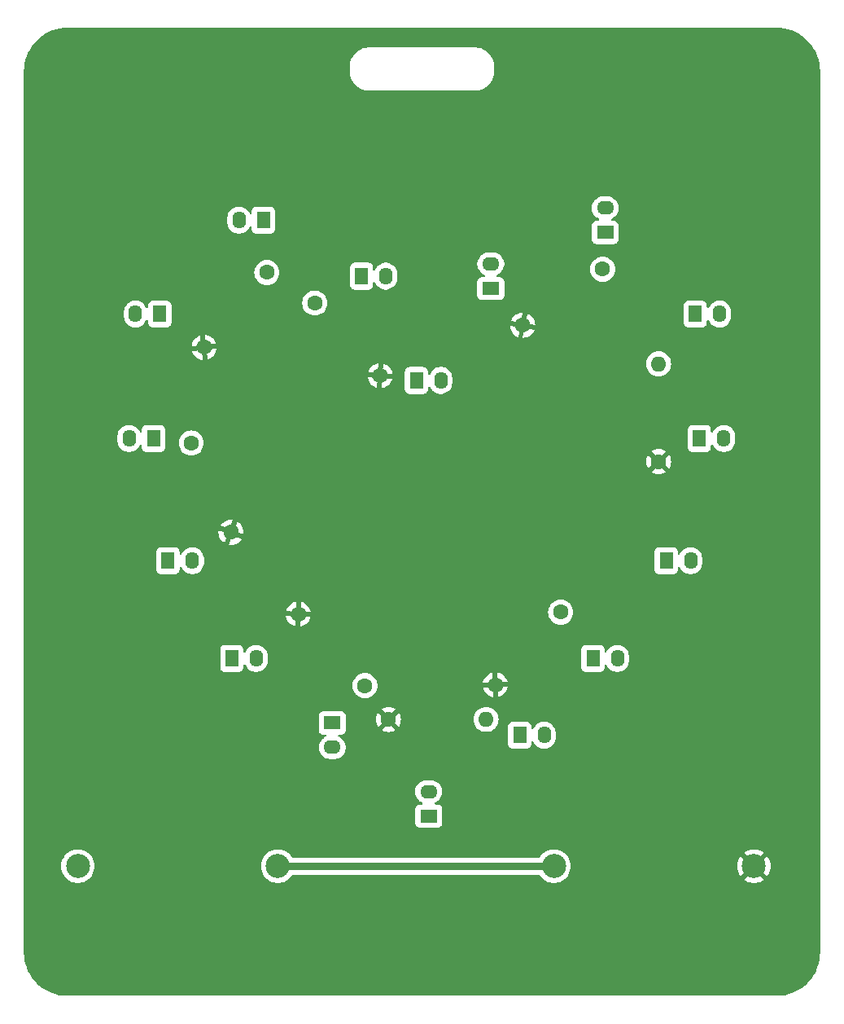
<source format=gbr>
%TF.GenerationSoftware,KiCad,Pcbnew,8.0.8*%
%TF.CreationDate,2025-02-15T13:56:50+02:00*%
%TF.ProjectId,Solder practice heart,536f6c64-6572-4207-9072-616374696365,rev?*%
%TF.SameCoordinates,Original*%
%TF.FileFunction,Copper,L2,Bot*%
%TF.FilePolarity,Positive*%
%FSLAX46Y46*%
G04 Gerber Fmt 4.6, Leading zero omitted, Abs format (unit mm)*
G04 Created by KiCad (PCBNEW 8.0.8) date 2025-02-15 13:56:50*
%MOMM*%
%LPD*%
G01*
G04 APERTURE LIST*
G04 Aperture macros list*
%AMHorizOval*
0 Thick line with rounded ends*
0 $1 width*
0 $2 $3 position (X,Y) of the first rounded end (center of the circle)*
0 $4 $5 position (X,Y) of the second rounded end (center of the circle)*
0 Add line between two ends*
20,1,$1,$2,$3,$4,$5,0*
0 Add two circle primitives to create the rounded ends*
1,1,$1,$2,$3*
1,1,$1,$4,$5*%
G04 Aperture macros list end*
%TA.AperFunction,ComponentPad*%
%ADD10C,1.600000*%
%TD*%
%TA.AperFunction,ComponentPad*%
%ADD11HorizOval,1.600000X0.000000X0.000000X0.000000X0.000000X0*%
%TD*%
%TA.AperFunction,ComponentPad*%
%ADD12R,1.800000X1.400000*%
%TD*%
%TA.AperFunction,ComponentPad*%
%ADD13O,1.800000X1.400000*%
%TD*%
%TA.AperFunction,ComponentPad*%
%ADD14R,1.400000X1.800000*%
%TD*%
%TA.AperFunction,ComponentPad*%
%ADD15O,1.400000X1.800000*%
%TD*%
%TA.AperFunction,ComponentPad*%
%ADD16HorizOval,1.600000X0.000000X0.000000X0.000000X0.000000X0*%
%TD*%
%TA.AperFunction,ComponentPad*%
%ADD17HorizOval,1.600000X0.000000X0.000000X0.000000X0.000000X0*%
%TD*%
%TA.AperFunction,ComponentPad*%
%ADD18HorizOval,1.600000X0.000000X0.000000X0.000000X0.000000X0*%
%TD*%
%TA.AperFunction,ComponentPad*%
%ADD19HorizOval,1.600000X0.000000X0.000000X0.000000X0.000000X0*%
%TD*%
%TA.AperFunction,ComponentPad*%
%ADD20HorizOval,1.600000X0.000000X0.000000X0.000000X0.000000X0*%
%TD*%
%TA.AperFunction,ComponentPad*%
%ADD21O,1.600000X1.600000*%
%TD*%
%TA.AperFunction,ComponentPad*%
%ADD22C,2.500000*%
%TD*%
%TA.AperFunction,Conductor*%
%ADD23C,0.800000*%
%TD*%
G04 APERTURE END LIST*
D10*
%TO.P,R6,1*%
%TO.N,GND*%
X129729252Y-84506013D03*
D11*
%TO.P,R6,2*%
%TO.N,Net-(LED12-K)*%
X136259973Y-76723001D03*
%TD*%
D12*
%TO.P,LED16,1,K*%
%TO.N,Net-(LED16-K)*%
X143064986Y-123543344D03*
D13*
%TO.P,LED16,2,A*%
%TO.N,Net-(LED15-K)*%
X143064986Y-126083344D03*
%TD*%
D14*
%TO.P,LED12,1,K*%
%TO.N,Net-(LED12-K)*%
X135895000Y-71291513D03*
D15*
%TO.P,LED12,2,A*%
%TO.N,Net-(LED11-K)*%
X133355000Y-71291513D03*
%TD*%
D10*
%TO.P,R2,1*%
%TO.N,GND*%
X160028471Y-119576472D03*
D16*
%TO.P,R2,2*%
%TO.N,Net-(LED4-K)*%
X166826839Y-112026119D03*
%TD*%
D10*
%TO.P,R7,1*%
%TO.N,GND*%
X132528123Y-103728818D03*
D17*
%TO.P,R7,2*%
%TO.N,Net-(LED14-K)*%
X128395678Y-94447197D03*
%TD*%
D14*
%TO.P,LED15,1,K*%
%TO.N,Net-(LED15-K)*%
X132602772Y-116840000D03*
D15*
%TO.P,LED15,2,A*%
%TO.N,VCC*%
X135142772Y-116840000D03*
%TD*%
D14*
%TO.P,LED4,1,K*%
%TO.N,Net-(LED4-K)*%
X170180000Y-116840000D03*
D15*
%TO.P,LED4,2,A*%
%TO.N,Net-(LED3-K)*%
X172720000Y-116840000D03*
%TD*%
D14*
%TO.P,LED9,1,K*%
%TO.N,Net-(LED10-A)*%
X151818716Y-87946696D03*
D15*
%TO.P,LED9,2,A*%
%TO.N,VCC*%
X154358716Y-87946696D03*
%TD*%
D14*
%TO.P,LED3,1,K*%
%TO.N,Net-(LED3-K)*%
X177800000Y-106680000D03*
D15*
%TO.P,LED3,2,A*%
%TO.N,VCC*%
X180340000Y-106680000D03*
%TD*%
D14*
%TO.P,LED5,1,K*%
%TO.N,Net-(LED5-K)*%
X181253678Y-93980000D03*
D15*
%TO.P,LED5,2,A*%
%TO.N,VCC*%
X183793678Y-93980000D03*
%TD*%
D12*
%TO.P,LED8,1,K*%
%TO.N,Net-(LED8-K)*%
X171455000Y-72566513D03*
D13*
%TO.P,LED8,2,A*%
%TO.N,Net-(LED7-K)*%
X171455000Y-70026513D03*
%TD*%
D10*
%TO.P,R8,1*%
%TO.N,GND*%
X139530433Y-112233303D03*
D18*
%TO.P,R8,2*%
%TO.N,Net-(LED16-K)*%
X146459536Y-119663857D03*
%TD*%
D14*
%TO.P,LED11,1,K*%
%TO.N,Net-(LED11-K)*%
X125122362Y-81042889D03*
D15*
%TO.P,LED11,2,A*%
%TO.N,VCC*%
X122582362Y-81042889D03*
%TD*%
D12*
%TO.P,LED7,1,K*%
%TO.N,Net-(LED7-K)*%
X159552802Y-78385743D03*
D13*
%TO.P,LED7,2,A*%
%TO.N,VCC*%
X159552802Y-75845743D03*
%TD*%
D10*
%TO.P,R5,1*%
%TO.N,GND*%
X148044844Y-87449475D03*
D19*
%TO.P,R5,2*%
%TO.N,Net-(LED10-K)*%
X141246477Y-79899124D03*
%TD*%
D14*
%TO.P,LED14,1,K*%
%TO.N,Net-(LED14-K)*%
X124460000Y-93980000D03*
D15*
%TO.P,LED14,2,A*%
%TO.N,Net-(LED13-K)*%
X121920000Y-93980000D03*
%TD*%
D10*
%TO.P,R4,1*%
%TO.N,GND*%
X162868676Y-82210875D03*
D20*
%TO.P,R4,2*%
%TO.N,Net-(LED8-K)*%
X171191261Y-76383339D03*
%TD*%
D14*
%TO.P,LED10,1,K*%
%TO.N,Net-(LED10-K)*%
X146095834Y-77110743D03*
D15*
%TO.P,LED10,2,A*%
%TO.N,Net-(LED10-A)*%
X148635834Y-77110743D03*
%TD*%
D14*
%TO.P,LED2,1,K*%
%TO.N,Net-(LED2-K)*%
X162560000Y-124818344D03*
D15*
%TO.P,LED2,2,A*%
%TO.N,Net-(LED1-K)*%
X165100000Y-124818344D03*
%TD*%
D10*
%TO.P,R3,1*%
%TO.N,GND*%
X177010490Y-96375114D03*
D21*
%TO.P,R3,2*%
%TO.N,Net-(LED6-K)*%
X177010490Y-86215114D03*
%TD*%
D10*
%TO.P,R1,1*%
%TO.N,GND*%
X148907866Y-123179642D03*
D21*
%TO.P,R1,2*%
%TO.N,Net-(LED2-K)*%
X159067866Y-123179642D03*
%TD*%
D14*
%TO.P,LED13,1,K*%
%TO.N,Net-(LED13-K)*%
X125970999Y-106680000D03*
D15*
%TO.P,LED13,2,A*%
%TO.N,VCC*%
X128510999Y-106680000D03*
%TD*%
D14*
%TO.P,LED6,1,K*%
%TO.N,Net-(LED6-K)*%
X180823422Y-81042889D03*
D15*
%TO.P,LED6,2,A*%
%TO.N,Net-(LED5-K)*%
X183363422Y-81042889D03*
%TD*%
D12*
%TO.P,LED1,1,K*%
%TO.N,Net-(LED1-K)*%
X153091485Y-133222840D03*
D13*
%TO.P,LED1,2,A*%
%TO.N,VCC*%
X153091485Y-130682840D03*
%TD*%
D22*
%TO.P,BAT1,1,1*%
%TO.N,VCC*%
X116600000Y-138430000D03*
%TO.P,BAT1,2,2*%
%TO.N,Net-(BAT1-Pad2)*%
X137400000Y-138430000D03*
%TD*%
%TO.P,BAT2,1,1*%
%TO.N,Net-(BAT1-Pad2)*%
X166130000Y-138430000D03*
%TO.P,BAT2,2,2*%
%TO.N,GND*%
X186930000Y-138430000D03*
%TD*%
D23*
%TO.N,Net-(BAT1-Pad2)*%
X137400000Y-138430000D02*
X166130000Y-138430000D01*
%TD*%
%TA.AperFunction,Conductor*%
%TO.N,GND*%
G36*
X189312702Y-51300617D02*
G01*
X189696771Y-51317386D01*
X189707506Y-51318326D01*
X190085971Y-51368152D01*
X190096597Y-51370025D01*
X190469284Y-51452648D01*
X190479710Y-51455442D01*
X190843765Y-51570227D01*
X190853911Y-51573920D01*
X191206578Y-51720000D01*
X191216369Y-51724566D01*
X191554942Y-51900816D01*
X191564310Y-51906224D01*
X191886244Y-52111318D01*
X191895105Y-52117523D01*
X192197930Y-52349889D01*
X192206217Y-52356843D01*
X192487635Y-52614715D01*
X192495284Y-52622364D01*
X192753156Y-52903782D01*
X192760110Y-52912069D01*
X192992476Y-53214894D01*
X192998681Y-53223755D01*
X193203775Y-53545689D01*
X193209183Y-53555057D01*
X193385430Y-53893623D01*
X193390002Y-53903427D01*
X193536075Y-54256078D01*
X193539775Y-54266244D01*
X193654554Y-54630278D01*
X193657354Y-54640727D01*
X193739971Y-55013389D01*
X193741849Y-55024042D01*
X193791671Y-55402473D01*
X193792614Y-55413249D01*
X193809382Y-55797297D01*
X193809500Y-55802706D01*
X193809500Y-147397293D01*
X193809382Y-147402702D01*
X193792614Y-147786750D01*
X193791671Y-147797526D01*
X193741849Y-148175957D01*
X193739971Y-148186610D01*
X193657354Y-148559272D01*
X193654554Y-148569721D01*
X193539775Y-148933755D01*
X193536075Y-148943921D01*
X193390002Y-149296572D01*
X193385430Y-149306376D01*
X193209183Y-149644942D01*
X193203775Y-149654310D01*
X192998681Y-149976244D01*
X192992476Y-149985105D01*
X192760110Y-150287930D01*
X192753156Y-150296217D01*
X192495284Y-150577635D01*
X192487635Y-150585284D01*
X192206217Y-150843156D01*
X192197930Y-150850110D01*
X191895105Y-151082476D01*
X191886244Y-151088681D01*
X191564310Y-151293775D01*
X191554942Y-151299183D01*
X191216376Y-151475430D01*
X191206572Y-151480002D01*
X190853921Y-151626075D01*
X190843755Y-151629775D01*
X190479721Y-151744554D01*
X190469272Y-151747354D01*
X190096610Y-151829971D01*
X190085957Y-151831849D01*
X189707526Y-151881671D01*
X189696750Y-151882614D01*
X189312703Y-151899382D01*
X189307294Y-151899500D01*
X115492706Y-151899500D01*
X115487297Y-151899382D01*
X115103249Y-151882614D01*
X115092473Y-151881671D01*
X114714042Y-151831849D01*
X114703389Y-151829971D01*
X114330727Y-151747354D01*
X114320278Y-151744554D01*
X113956244Y-151629775D01*
X113946078Y-151626075D01*
X113593427Y-151480002D01*
X113583623Y-151475430D01*
X113245057Y-151299183D01*
X113235689Y-151293775D01*
X112913755Y-151088681D01*
X112904894Y-151082476D01*
X112602069Y-150850110D01*
X112593782Y-150843156D01*
X112312364Y-150585284D01*
X112304715Y-150577635D01*
X112046843Y-150296217D01*
X112039889Y-150287930D01*
X111807523Y-149985105D01*
X111801318Y-149976244D01*
X111596224Y-149654310D01*
X111590816Y-149644942D01*
X111414569Y-149306376D01*
X111409997Y-149296572D01*
X111263924Y-148943921D01*
X111260224Y-148933755D01*
X111145442Y-148569710D01*
X111142648Y-148559284D01*
X111060025Y-148186597D01*
X111058152Y-148175971D01*
X111008326Y-147797506D01*
X111007386Y-147786771D01*
X110990618Y-147402702D01*
X110990500Y-147397293D01*
X110990500Y-138429995D01*
X114844592Y-138429995D01*
X114844592Y-138430004D01*
X114864196Y-138691620D01*
X114864197Y-138691625D01*
X114922576Y-138947402D01*
X114922578Y-138947411D01*
X114922580Y-138947416D01*
X115018432Y-139191643D01*
X115149614Y-139418857D01*
X115281736Y-139584533D01*
X115313198Y-139623985D01*
X115494753Y-139792441D01*
X115505521Y-139802433D01*
X115722296Y-139950228D01*
X115722301Y-139950230D01*
X115722302Y-139950231D01*
X115722303Y-139950232D01*
X115847843Y-140010688D01*
X115958673Y-140064061D01*
X115958674Y-140064061D01*
X115958677Y-140064063D01*
X116209385Y-140141396D01*
X116468818Y-140180500D01*
X116731182Y-140180500D01*
X116990615Y-140141396D01*
X117241323Y-140064063D01*
X117477704Y-139950228D01*
X117694479Y-139802433D01*
X117886805Y-139623981D01*
X118050386Y-139418857D01*
X118181568Y-139191643D01*
X118277420Y-138947416D01*
X118335802Y-138691630D01*
X118335808Y-138691550D01*
X118355408Y-138430004D01*
X118355408Y-138429995D01*
X135644592Y-138429995D01*
X135644592Y-138430004D01*
X135664196Y-138691620D01*
X135664197Y-138691625D01*
X135722576Y-138947402D01*
X135722578Y-138947411D01*
X135722580Y-138947416D01*
X135818432Y-139191643D01*
X135949614Y-139418857D01*
X136081736Y-139584533D01*
X136113198Y-139623985D01*
X136294753Y-139792441D01*
X136305521Y-139802433D01*
X136522296Y-139950228D01*
X136522301Y-139950230D01*
X136522302Y-139950231D01*
X136522303Y-139950232D01*
X136647843Y-140010688D01*
X136758673Y-140064061D01*
X136758674Y-140064061D01*
X136758677Y-140064063D01*
X137009385Y-140141396D01*
X137268818Y-140180500D01*
X137531182Y-140180500D01*
X137790615Y-140141396D01*
X138041323Y-140064063D01*
X138277704Y-139950228D01*
X138494479Y-139802433D01*
X138686805Y-139623981D01*
X138850386Y-139418857D01*
X138865603Y-139392499D01*
X138916170Y-139344284D01*
X138972990Y-139330500D01*
X164557010Y-139330500D01*
X164624049Y-139350185D01*
X164664396Y-139392499D01*
X164679614Y-139418857D01*
X164811736Y-139584533D01*
X164843198Y-139623985D01*
X165024753Y-139792441D01*
X165035521Y-139802433D01*
X165252296Y-139950228D01*
X165252301Y-139950230D01*
X165252302Y-139950231D01*
X165252303Y-139950232D01*
X165377843Y-140010688D01*
X165488673Y-140064061D01*
X165488674Y-140064061D01*
X165488677Y-140064063D01*
X165739385Y-140141396D01*
X165998818Y-140180500D01*
X166261182Y-140180500D01*
X166520615Y-140141396D01*
X166771323Y-140064063D01*
X167007704Y-139950228D01*
X167224479Y-139802433D01*
X167416805Y-139623981D01*
X167580386Y-139418857D01*
X167711568Y-139191643D01*
X167807420Y-138947416D01*
X167865802Y-138691630D01*
X167865808Y-138691550D01*
X167885408Y-138430004D01*
X167885408Y-138429995D01*
X185175093Y-138429995D01*
X185175093Y-138430004D01*
X185194692Y-138691545D01*
X185194693Y-138691550D01*
X185253058Y-138947270D01*
X185348883Y-139191426D01*
X185348882Y-139191426D01*
X185480029Y-139418576D01*
X185527873Y-139478572D01*
X186252421Y-138754024D01*
X186265359Y-138785258D01*
X186347437Y-138908097D01*
X186451903Y-139012563D01*
X186574742Y-139094641D01*
X186605974Y-139107577D01*
X185880830Y-139832720D01*
X186052546Y-139949793D01*
X186052550Y-139949795D01*
X186288854Y-140063594D01*
X186288858Y-140063595D01*
X186539494Y-140140907D01*
X186539500Y-140140909D01*
X186798848Y-140179999D01*
X186798857Y-140180000D01*
X187061143Y-140180000D01*
X187061151Y-140179999D01*
X187320499Y-140140909D01*
X187320505Y-140140907D01*
X187571143Y-140063595D01*
X187807445Y-139949798D01*
X187807447Y-139949797D01*
X187979168Y-139832720D01*
X187254025Y-139107578D01*
X187285258Y-139094641D01*
X187408097Y-139012563D01*
X187512563Y-138908097D01*
X187594641Y-138785258D01*
X187607578Y-138754025D01*
X188332125Y-139478572D01*
X188379971Y-139418573D01*
X188511116Y-139191426D01*
X188606941Y-138947270D01*
X188665306Y-138691550D01*
X188665307Y-138691545D01*
X188684907Y-138430004D01*
X188684907Y-138429995D01*
X188665307Y-138168454D01*
X188665306Y-138168449D01*
X188606941Y-137912729D01*
X188511116Y-137668573D01*
X188511117Y-137668573D01*
X188379972Y-137441426D01*
X188332124Y-137381427D01*
X187607577Y-138105973D01*
X187594641Y-138074742D01*
X187512563Y-137951903D01*
X187408097Y-137847437D01*
X187285258Y-137765359D01*
X187254024Y-137752421D01*
X187979168Y-137027278D01*
X187807454Y-136910206D01*
X187807445Y-136910201D01*
X187571142Y-136796404D01*
X187571144Y-136796404D01*
X187320505Y-136719092D01*
X187320499Y-136719090D01*
X187061151Y-136680000D01*
X186798848Y-136680000D01*
X186539500Y-136719090D01*
X186539494Y-136719092D01*
X186288858Y-136796404D01*
X186288854Y-136796405D01*
X186052547Y-136910205D01*
X186052539Y-136910210D01*
X185880830Y-137027277D01*
X186605975Y-137752421D01*
X186574742Y-137765359D01*
X186451903Y-137847437D01*
X186347437Y-137951903D01*
X186265359Y-138074742D01*
X186252421Y-138105974D01*
X185527874Y-137381427D01*
X185480028Y-137441425D01*
X185348883Y-137668573D01*
X185253058Y-137912729D01*
X185194693Y-138168449D01*
X185194692Y-138168454D01*
X185175093Y-138429995D01*
X167885408Y-138429995D01*
X167865803Y-138168379D01*
X167865802Y-138168374D01*
X167865802Y-138168370D01*
X167807420Y-137912584D01*
X167711568Y-137668357D01*
X167580386Y-137441143D01*
X167416805Y-137236019D01*
X167416804Y-137236018D01*
X167416801Y-137236014D01*
X167224479Y-137057567D01*
X167180052Y-137027277D01*
X167007704Y-136909772D01*
X167007700Y-136909770D01*
X167007697Y-136909768D01*
X167007696Y-136909767D01*
X166771325Y-136795938D01*
X166771327Y-136795938D01*
X166520623Y-136718606D01*
X166520619Y-136718605D01*
X166520615Y-136718604D01*
X166395823Y-136699794D01*
X166261187Y-136679500D01*
X166261182Y-136679500D01*
X165998818Y-136679500D01*
X165998812Y-136679500D01*
X165837247Y-136703853D01*
X165739385Y-136718604D01*
X165739382Y-136718605D01*
X165739376Y-136718606D01*
X165488673Y-136795938D01*
X165252303Y-136909767D01*
X165252302Y-136909768D01*
X165252296Y-136909771D01*
X165252296Y-136909772D01*
X165251654Y-136910210D01*
X165035520Y-137057567D01*
X164843198Y-137236014D01*
X164679614Y-137441143D01*
X164664397Y-137467500D01*
X164613830Y-137515716D01*
X164557010Y-137529500D01*
X138972990Y-137529500D01*
X138905951Y-137509815D01*
X138865603Y-137467500D01*
X138850386Y-137441143D01*
X138686805Y-137236019D01*
X138686804Y-137236018D01*
X138686801Y-137236014D01*
X138494479Y-137057567D01*
X138450052Y-137027277D01*
X138277704Y-136909772D01*
X138277700Y-136909770D01*
X138277697Y-136909768D01*
X138277696Y-136909767D01*
X138041325Y-136795938D01*
X138041327Y-136795938D01*
X137790623Y-136718606D01*
X137790619Y-136718605D01*
X137790615Y-136718604D01*
X137665823Y-136699794D01*
X137531187Y-136679500D01*
X137531182Y-136679500D01*
X137268818Y-136679500D01*
X137268812Y-136679500D01*
X137107247Y-136703853D01*
X137009385Y-136718604D01*
X137009382Y-136718605D01*
X137009376Y-136718606D01*
X136758673Y-136795938D01*
X136522303Y-136909767D01*
X136522302Y-136909768D01*
X136522296Y-136909771D01*
X136522296Y-136909772D01*
X136521654Y-136910210D01*
X136305520Y-137057567D01*
X136113198Y-137236014D01*
X135949614Y-137441143D01*
X135818432Y-137668356D01*
X135722582Y-137912578D01*
X135722576Y-137912597D01*
X135664197Y-138168374D01*
X135664196Y-138168379D01*
X135644592Y-138429995D01*
X118355408Y-138429995D01*
X118335803Y-138168379D01*
X118335802Y-138168374D01*
X118335802Y-138168370D01*
X118277420Y-137912584D01*
X118181568Y-137668357D01*
X118050386Y-137441143D01*
X117886805Y-137236019D01*
X117886804Y-137236018D01*
X117886801Y-137236014D01*
X117694479Y-137057567D01*
X117650052Y-137027277D01*
X117477704Y-136909772D01*
X117477700Y-136909770D01*
X117477697Y-136909768D01*
X117477696Y-136909767D01*
X117241325Y-136795938D01*
X117241327Y-136795938D01*
X116990623Y-136718606D01*
X116990619Y-136718605D01*
X116990615Y-136718604D01*
X116865823Y-136699794D01*
X116731187Y-136679500D01*
X116731182Y-136679500D01*
X116468818Y-136679500D01*
X116468812Y-136679500D01*
X116307247Y-136703853D01*
X116209385Y-136718604D01*
X116209382Y-136718605D01*
X116209376Y-136718606D01*
X115958673Y-136795938D01*
X115722303Y-136909767D01*
X115722302Y-136909768D01*
X115722296Y-136909771D01*
X115722296Y-136909772D01*
X115721654Y-136910210D01*
X115505520Y-137057567D01*
X115313198Y-137236014D01*
X115149614Y-137441143D01*
X115018432Y-137668356D01*
X114922582Y-137912578D01*
X114922576Y-137912597D01*
X114864197Y-138168374D01*
X114864196Y-138168379D01*
X114844592Y-138429995D01*
X110990500Y-138429995D01*
X110990500Y-130588353D01*
X151690985Y-130588353D01*
X151690985Y-130777326D01*
X151720544Y-130963958D01*
X151778939Y-131143676D01*
X151864725Y-131312039D01*
X151975795Y-131464913D01*
X152109412Y-131598530D01*
X152224067Y-131681832D01*
X152262287Y-131709601D01*
X152415871Y-131787855D01*
X152466668Y-131835829D01*
X152483463Y-131903650D01*
X152460926Y-131969785D01*
X152406211Y-132013237D01*
X152359578Y-132022340D01*
X152143614Y-132022340D01*
X152143608Y-132022341D01*
X152084001Y-132028748D01*
X151949156Y-132079042D01*
X151949149Y-132079046D01*
X151833940Y-132165292D01*
X151833937Y-132165295D01*
X151747691Y-132280504D01*
X151747687Y-132280511D01*
X151697393Y-132415357D01*
X151690986Y-132474956D01*
X151690986Y-132474963D01*
X151690985Y-132474975D01*
X151690985Y-133970710D01*
X151690986Y-133970716D01*
X151697393Y-134030323D01*
X151747687Y-134165168D01*
X151747691Y-134165175D01*
X151833937Y-134280384D01*
X151833940Y-134280387D01*
X151949149Y-134366633D01*
X151949156Y-134366637D01*
X152084002Y-134416931D01*
X152084001Y-134416931D01*
X152090929Y-134417675D01*
X152143612Y-134423340D01*
X154039357Y-134423339D01*
X154098968Y-134416931D01*
X154233816Y-134366636D01*
X154349031Y-134280386D01*
X154435281Y-134165171D01*
X154485576Y-134030323D01*
X154491985Y-133970713D01*
X154491984Y-132474968D01*
X154485576Y-132415357D01*
X154435281Y-132280509D01*
X154435280Y-132280508D01*
X154435278Y-132280504D01*
X154349032Y-132165295D01*
X154349029Y-132165292D01*
X154233820Y-132079046D01*
X154233813Y-132079042D01*
X154098967Y-132028748D01*
X154098968Y-132028748D01*
X154039368Y-132022341D01*
X154039366Y-132022340D01*
X154039358Y-132022340D01*
X154039350Y-132022340D01*
X153823394Y-132022340D01*
X153756355Y-132002655D01*
X153710600Y-131949851D01*
X153700656Y-131880693D01*
X153729681Y-131817137D01*
X153767099Y-131787855D01*
X153920684Y-131709600D01*
X154073558Y-131598530D01*
X154207175Y-131464913D01*
X154318245Y-131312039D01*
X154404032Y-131143672D01*
X154462425Y-130963958D01*
X154491985Y-130777326D01*
X154491985Y-130588353D01*
X154462425Y-130401721D01*
X154404030Y-130222003D01*
X154318244Y-130053640D01*
X154207175Y-129900767D01*
X154073558Y-129767150D01*
X153920684Y-129656080D01*
X153752321Y-129570294D01*
X153572603Y-129511899D01*
X153385971Y-129482340D01*
X153385966Y-129482340D01*
X152797004Y-129482340D01*
X152796999Y-129482340D01*
X152610366Y-129511899D01*
X152430648Y-129570294D01*
X152262285Y-129656080D01*
X152175064Y-129719450D01*
X152109412Y-129767150D01*
X152109410Y-129767152D01*
X152109409Y-129767152D01*
X151975797Y-129900764D01*
X151975797Y-129900765D01*
X151975795Y-129900767D01*
X151928095Y-129966419D01*
X151864725Y-130053640D01*
X151778939Y-130222003D01*
X151720544Y-130401721D01*
X151690985Y-130588353D01*
X110990500Y-130588353D01*
X110990500Y-122795479D01*
X141664486Y-122795479D01*
X141664486Y-124291214D01*
X141664487Y-124291220D01*
X141670894Y-124350827D01*
X141721188Y-124485672D01*
X141721192Y-124485679D01*
X141807438Y-124600888D01*
X141807441Y-124600891D01*
X141922650Y-124687137D01*
X141922657Y-124687141D01*
X142057503Y-124737435D01*
X142057502Y-124737435D01*
X142064430Y-124738179D01*
X142117113Y-124743844D01*
X142333078Y-124743843D01*
X142400115Y-124763527D01*
X142445870Y-124816331D01*
X142455814Y-124885489D01*
X142426789Y-124949045D01*
X142389371Y-124978327D01*
X142235791Y-125056580D01*
X142158378Y-125112825D01*
X142082913Y-125167654D01*
X142082911Y-125167656D01*
X142082910Y-125167656D01*
X141949298Y-125301268D01*
X141949298Y-125301269D01*
X141949296Y-125301271D01*
X141901596Y-125366923D01*
X141838226Y-125454144D01*
X141752440Y-125622507D01*
X141694045Y-125802225D01*
X141664486Y-125988857D01*
X141664486Y-126177830D01*
X141694045Y-126364462D01*
X141752440Y-126544180D01*
X141838226Y-126712543D01*
X141949296Y-126865417D01*
X142082913Y-126999034D01*
X142235787Y-127110104D01*
X142315333Y-127150634D01*
X142404149Y-127195889D01*
X142404151Y-127195889D01*
X142404154Y-127195891D01*
X142500483Y-127227190D01*
X142583867Y-127254284D01*
X142770500Y-127283844D01*
X142770505Y-127283844D01*
X143359472Y-127283844D01*
X143546104Y-127254284D01*
X143725818Y-127195891D01*
X143894185Y-127110104D01*
X144047059Y-126999034D01*
X144180676Y-126865417D01*
X144291746Y-126712543D01*
X144377533Y-126544176D01*
X144435926Y-126364462D01*
X144465486Y-126177830D01*
X144465486Y-125988857D01*
X144435926Y-125802225D01*
X144377531Y-125622507D01*
X144332276Y-125533691D01*
X144291746Y-125454145D01*
X144180676Y-125301271D01*
X144047059Y-125167654D01*
X143894185Y-125056584D01*
X143740597Y-124978327D01*
X143689802Y-124930354D01*
X143673007Y-124862533D01*
X143695544Y-124796398D01*
X143750259Y-124752946D01*
X143796892Y-124743843D01*
X144012858Y-124743843D01*
X144072469Y-124737435D01*
X144207317Y-124687140D01*
X144322532Y-124600890D01*
X144408782Y-124485675D01*
X144459077Y-124350827D01*
X144465486Y-124291217D01*
X144465485Y-123179639D01*
X147602900Y-123179639D01*
X147602900Y-123179644D01*
X147622724Y-123406241D01*
X147622726Y-123406252D01*
X147681596Y-123625959D01*
X147681601Y-123625973D01*
X147777729Y-123832120D01*
X147828840Y-123905114D01*
X148507866Y-123226088D01*
X148507866Y-123232303D01*
X148535125Y-123334036D01*
X148587786Y-123425248D01*
X148662260Y-123499722D01*
X148753472Y-123552383D01*
X148855205Y-123579642D01*
X148861419Y-123579642D01*
X148182392Y-124258667D01*
X148255379Y-124309774D01*
X148255387Y-124309778D01*
X148461534Y-124405906D01*
X148461548Y-124405911D01*
X148681255Y-124464781D01*
X148681266Y-124464783D01*
X148907864Y-124484608D01*
X148907868Y-124484608D01*
X149134465Y-124464783D01*
X149134476Y-124464781D01*
X149354183Y-124405911D01*
X149354197Y-124405906D01*
X149560344Y-124309778D01*
X149633337Y-124258666D01*
X148954313Y-123579642D01*
X148960527Y-123579642D01*
X149062260Y-123552383D01*
X149153472Y-123499722D01*
X149227946Y-123425248D01*
X149280607Y-123334036D01*
X149307866Y-123232303D01*
X149307866Y-123226089D01*
X149986890Y-123905113D01*
X150038002Y-123832120D01*
X150134130Y-123625973D01*
X150134135Y-123625959D01*
X150193005Y-123406252D01*
X150193007Y-123406241D01*
X150212832Y-123179644D01*
X150212832Y-123179640D01*
X157762398Y-123179640D01*
X157762398Y-123179643D01*
X157782230Y-123406328D01*
X157782232Y-123406339D01*
X157841124Y-123626130D01*
X157841127Y-123626139D01*
X157937297Y-123832374D01*
X157937298Y-123832376D01*
X158067820Y-124018783D01*
X158228724Y-124179687D01*
X158228727Y-124179689D01*
X158415132Y-124310210D01*
X158621370Y-124406381D01*
X158841174Y-124465277D01*
X159003096Y-124479443D01*
X159067864Y-124485110D01*
X159067866Y-124485110D01*
X159067868Y-124485110D01*
X159124539Y-124480151D01*
X159294558Y-124465277D01*
X159514362Y-124406381D01*
X159720600Y-124310210D01*
X159907005Y-124179689D01*
X160067913Y-124018781D01*
X160171754Y-123870479D01*
X161359500Y-123870479D01*
X161359500Y-125766214D01*
X161359501Y-125766220D01*
X161365908Y-125825827D01*
X161416202Y-125960672D01*
X161416206Y-125960679D01*
X161502452Y-126075888D01*
X161502455Y-126075891D01*
X161617664Y-126162137D01*
X161617671Y-126162141D01*
X161752517Y-126212435D01*
X161752516Y-126212435D01*
X161759444Y-126213179D01*
X161812127Y-126218844D01*
X163307872Y-126218843D01*
X163367483Y-126212435D01*
X163502331Y-126162140D01*
X163617546Y-126075890D01*
X163703796Y-125960675D01*
X163754091Y-125825827D01*
X163760500Y-125766217D01*
X163760499Y-125550250D01*
X163780183Y-125483214D01*
X163832987Y-125437459D01*
X163902145Y-125427515D01*
X163965701Y-125456540D01*
X163994984Y-125493958D01*
X164060486Y-125622512D01*
X164073240Y-125647543D01*
X164184310Y-125800417D01*
X164317927Y-125934034D01*
X164470801Y-126045104D01*
X164531218Y-126075888D01*
X164639163Y-126130889D01*
X164639165Y-126130889D01*
X164639168Y-126130891D01*
X164735333Y-126162137D01*
X164818881Y-126189284D01*
X165005514Y-126218844D01*
X165005519Y-126218844D01*
X165194486Y-126218844D01*
X165381118Y-126189284D01*
X165560832Y-126130891D01*
X165729199Y-126045104D01*
X165882073Y-125934034D01*
X166015690Y-125800417D01*
X166126760Y-125647543D01*
X166212547Y-125479176D01*
X166270940Y-125299462D01*
X166291816Y-125167656D01*
X166300500Y-125112830D01*
X166300500Y-124523857D01*
X166270940Y-124337225D01*
X166212545Y-124157507D01*
X166126759Y-123989144D01*
X166015690Y-123836271D01*
X165882073Y-123702654D01*
X165729199Y-123591584D01*
X165560836Y-123505798D01*
X165381118Y-123447403D01*
X165194486Y-123417844D01*
X165194481Y-123417844D01*
X165005519Y-123417844D01*
X165005514Y-123417844D01*
X164818881Y-123447403D01*
X164639163Y-123505798D01*
X164470800Y-123591584D01*
X164423240Y-123626139D01*
X164317927Y-123702654D01*
X164317925Y-123702656D01*
X164317924Y-123702656D01*
X164184312Y-123836268D01*
X164184312Y-123836269D01*
X164184310Y-123836271D01*
X164136610Y-123901923D01*
X164073240Y-123989144D01*
X163994984Y-124142731D01*
X163947009Y-124193527D01*
X163879188Y-124210322D01*
X163813053Y-124187785D01*
X163769602Y-124133069D01*
X163760499Y-124086436D01*
X163760499Y-123870473D01*
X163760498Y-123870467D01*
X163760497Y-123870460D01*
X163754091Y-123810861D01*
X163713732Y-123702654D01*
X163703797Y-123676015D01*
X163703793Y-123676008D01*
X163617547Y-123560799D01*
X163617544Y-123560796D01*
X163502335Y-123474550D01*
X163502328Y-123474546D01*
X163367482Y-123424252D01*
X163367483Y-123424252D01*
X163307883Y-123417845D01*
X163307881Y-123417844D01*
X163307873Y-123417844D01*
X163307864Y-123417844D01*
X161812129Y-123417844D01*
X161812123Y-123417845D01*
X161752516Y-123424252D01*
X161617671Y-123474546D01*
X161617664Y-123474550D01*
X161502455Y-123560796D01*
X161502452Y-123560799D01*
X161416206Y-123676008D01*
X161416202Y-123676015D01*
X161365908Y-123810861D01*
X161359501Y-123870460D01*
X161359501Y-123870467D01*
X161359500Y-123870479D01*
X160171754Y-123870479D01*
X160198434Y-123832376D01*
X160294605Y-123626138D01*
X160353501Y-123406334D01*
X160373334Y-123179642D01*
X160353501Y-122952950D01*
X160307064Y-122779642D01*
X160294607Y-122733153D01*
X160294604Y-122733144D01*
X160232990Y-122601013D01*
X160198434Y-122526908D01*
X160067913Y-122340503D01*
X160067911Y-122340500D01*
X159907007Y-122179596D01*
X159720600Y-122049074D01*
X159720598Y-122049073D01*
X159514363Y-121952903D01*
X159514354Y-121952900D01*
X159294563Y-121894008D01*
X159294559Y-121894007D01*
X159294558Y-121894007D01*
X159294557Y-121894006D01*
X159294552Y-121894006D01*
X159067868Y-121874174D01*
X159067864Y-121874174D01*
X158841179Y-121894006D01*
X158841168Y-121894008D01*
X158621377Y-121952900D01*
X158621368Y-121952903D01*
X158415133Y-122049073D01*
X158415131Y-122049074D01*
X158228724Y-122179596D01*
X158067820Y-122340500D01*
X157937298Y-122526907D01*
X157937297Y-122526909D01*
X157841127Y-122733144D01*
X157841124Y-122733153D01*
X157782232Y-122952944D01*
X157782230Y-122952955D01*
X157762398Y-123179640D01*
X150212832Y-123179640D01*
X150212832Y-123179639D01*
X150193007Y-122953042D01*
X150193005Y-122953031D01*
X150134135Y-122733324D01*
X150134130Y-122733310D01*
X150038002Y-122527163D01*
X150037998Y-122527155D01*
X149986891Y-122454168D01*
X149307866Y-123133193D01*
X149307866Y-123126981D01*
X149280607Y-123025248D01*
X149227946Y-122934036D01*
X149153472Y-122859562D01*
X149062260Y-122806901D01*
X148960527Y-122779642D01*
X148954311Y-122779642D01*
X149633338Y-122100616D01*
X149560344Y-122049505D01*
X149354197Y-121953377D01*
X149354183Y-121953372D01*
X149134476Y-121894502D01*
X149134465Y-121894500D01*
X148907868Y-121874676D01*
X148907864Y-121874676D01*
X148681266Y-121894500D01*
X148681255Y-121894502D01*
X148461548Y-121953372D01*
X148461539Y-121953376D01*
X148255382Y-122049508D01*
X148255378Y-122049510D01*
X148182392Y-122100615D01*
X148182392Y-122100616D01*
X148861419Y-122779642D01*
X148855205Y-122779642D01*
X148753472Y-122806901D01*
X148662260Y-122859562D01*
X148587786Y-122934036D01*
X148535125Y-123025248D01*
X148507866Y-123126981D01*
X148507866Y-123133194D01*
X147828840Y-122454168D01*
X147828839Y-122454168D01*
X147777734Y-122527154D01*
X147777732Y-122527158D01*
X147681600Y-122733315D01*
X147681596Y-122733324D01*
X147622726Y-122953031D01*
X147622724Y-122953042D01*
X147602900Y-123179639D01*
X144465485Y-123179639D01*
X144465485Y-122795472D01*
X144459077Y-122735861D01*
X144458127Y-122733315D01*
X144408783Y-122601015D01*
X144408779Y-122601008D01*
X144322533Y-122485799D01*
X144322530Y-122485796D01*
X144207321Y-122399550D01*
X144207314Y-122399546D01*
X144072468Y-122349252D01*
X144072469Y-122349252D01*
X144012869Y-122342845D01*
X144012867Y-122342844D01*
X144012859Y-122342844D01*
X144012850Y-122342844D01*
X142117115Y-122342844D01*
X142117109Y-122342845D01*
X142057502Y-122349252D01*
X141922657Y-122399546D01*
X141922650Y-122399550D01*
X141807441Y-122485796D01*
X141807438Y-122485799D01*
X141721192Y-122601008D01*
X141721188Y-122601015D01*
X141670894Y-122735861D01*
X141664487Y-122795460D01*
X141664487Y-122795467D01*
X141664486Y-122795479D01*
X110990500Y-122795479D01*
X110990500Y-119663855D01*
X145154068Y-119663855D01*
X145154068Y-119663858D01*
X145173900Y-119890543D01*
X145173902Y-119890554D01*
X145232794Y-120110345D01*
X145232797Y-120110354D01*
X145328967Y-120316589D01*
X145328968Y-120316591D01*
X145459490Y-120502998D01*
X145620394Y-120663902D01*
X145620397Y-120663904D01*
X145806802Y-120794425D01*
X146013040Y-120890596D01*
X146232844Y-120949492D01*
X146394766Y-120963658D01*
X146459534Y-120969325D01*
X146459536Y-120969325D01*
X146459538Y-120969325D01*
X146516209Y-120964366D01*
X146686228Y-120949492D01*
X146906032Y-120890596D01*
X147112270Y-120794425D01*
X147298675Y-120663904D01*
X147459583Y-120502996D01*
X147590104Y-120316591D01*
X147686275Y-120110353D01*
X147745171Y-119890549D01*
X147765004Y-119663857D01*
X147745171Y-119437165D01*
X147733520Y-119393681D01*
X158739496Y-119393681D01*
X159701224Y-119343278D01*
X159655730Y-119422078D01*
X159628471Y-119523811D01*
X159628471Y-119629133D01*
X159655730Y-119730866D01*
X159708391Y-119822078D01*
X159728831Y-119842518D01*
X158767399Y-119892904D01*
X158802205Y-120022800D01*
X158898336Y-120228954D01*
X159028813Y-120415292D01*
X159189650Y-120576129D01*
X159375988Y-120706606D01*
X159582144Y-120802737D01*
X159582153Y-120802741D01*
X159801865Y-120861612D01*
X159845680Y-120865445D01*
X159795277Y-119903718D01*
X159874077Y-119949213D01*
X159975810Y-119976472D01*
X160081132Y-119976472D01*
X160182865Y-119949213D01*
X160274077Y-119896552D01*
X160294517Y-119876111D01*
X160344903Y-120837542D01*
X160344904Y-120837543D01*
X160474788Y-120802741D01*
X160474797Y-120802737D01*
X160680953Y-120706606D01*
X160867291Y-120576129D01*
X161028128Y-120415292D01*
X161158605Y-120228954D01*
X161254736Y-120022798D01*
X161254740Y-120022789D01*
X161313611Y-119803079D01*
X161313611Y-119803075D01*
X161317445Y-119759261D01*
X160355718Y-119809663D01*
X160401212Y-119730866D01*
X160428471Y-119629133D01*
X160428471Y-119523811D01*
X160401212Y-119422078D01*
X160348551Y-119330866D01*
X160328108Y-119310423D01*
X161289542Y-119260038D01*
X161254740Y-119130154D01*
X161254736Y-119130145D01*
X161158605Y-118923989D01*
X161028128Y-118737651D01*
X160867291Y-118576814D01*
X160680953Y-118446337D01*
X160474797Y-118350206D01*
X160474791Y-118350203D01*
X160255079Y-118291331D01*
X160255072Y-118291330D01*
X160211261Y-118287497D01*
X160211260Y-118287497D01*
X160261662Y-119249224D01*
X160182865Y-119203731D01*
X160081132Y-119176472D01*
X159975810Y-119176472D01*
X159874077Y-119203731D01*
X159782865Y-119256392D01*
X159762422Y-119276834D01*
X159712037Y-118315400D01*
X159582143Y-118350206D01*
X159375988Y-118446337D01*
X159189650Y-118576814D01*
X159028813Y-118737651D01*
X158898336Y-118923989D01*
X158802205Y-119130145D01*
X158802202Y-119130151D01*
X158743330Y-119349863D01*
X158743329Y-119349870D01*
X158739496Y-119393681D01*
X147733520Y-119393681D01*
X147686275Y-119217361D01*
X147590104Y-119011123D01*
X147459583Y-118824718D01*
X147459581Y-118824715D01*
X147298677Y-118663811D01*
X147112270Y-118533289D01*
X147112268Y-118533288D01*
X146906033Y-118437118D01*
X146906024Y-118437115D01*
X146686233Y-118378223D01*
X146686229Y-118378222D01*
X146686228Y-118378222D01*
X146686227Y-118378221D01*
X146686222Y-118378221D01*
X146459538Y-118358389D01*
X146459534Y-118358389D01*
X146232849Y-118378221D01*
X146232838Y-118378223D01*
X146013047Y-118437115D01*
X146013038Y-118437118D01*
X145806803Y-118533288D01*
X145806801Y-118533289D01*
X145620394Y-118663811D01*
X145459490Y-118824715D01*
X145328968Y-119011122D01*
X145328967Y-119011124D01*
X145232797Y-119217359D01*
X145232794Y-119217368D01*
X145173902Y-119437159D01*
X145173900Y-119437170D01*
X145154068Y-119663855D01*
X110990500Y-119663855D01*
X110990500Y-115892135D01*
X131402272Y-115892135D01*
X131402272Y-117787870D01*
X131402273Y-117787876D01*
X131408680Y-117847483D01*
X131458974Y-117982328D01*
X131458978Y-117982335D01*
X131545224Y-118097544D01*
X131545227Y-118097547D01*
X131660436Y-118183793D01*
X131660443Y-118183797D01*
X131795289Y-118234091D01*
X131795288Y-118234091D01*
X131802216Y-118234835D01*
X131854899Y-118240500D01*
X133350644Y-118240499D01*
X133410255Y-118234091D01*
X133545103Y-118183796D01*
X133660318Y-118097546D01*
X133746568Y-117982331D01*
X133796863Y-117847483D01*
X133803272Y-117787873D01*
X133803271Y-117571906D01*
X133822955Y-117504870D01*
X133875759Y-117459115D01*
X133944917Y-117449171D01*
X134008473Y-117478196D01*
X134037756Y-117515614D01*
X134116012Y-117669199D01*
X134227082Y-117822073D01*
X134360699Y-117955690D01*
X134513573Y-118066760D01*
X134573990Y-118097544D01*
X134681935Y-118152545D01*
X134681937Y-118152545D01*
X134681940Y-118152547D01*
X134778105Y-118183793D01*
X134861653Y-118210940D01*
X135048286Y-118240500D01*
X135048291Y-118240500D01*
X135237258Y-118240500D01*
X135423890Y-118210940D01*
X135603604Y-118152547D01*
X135771971Y-118066760D01*
X135924845Y-117955690D01*
X136058462Y-117822073D01*
X136169532Y-117669199D01*
X136255319Y-117500832D01*
X136313712Y-117321118D01*
X136343272Y-117134486D01*
X136343272Y-116545513D01*
X136313712Y-116358881D01*
X136255317Y-116179163D01*
X136169531Y-116010800D01*
X136083316Y-115892135D01*
X168979500Y-115892135D01*
X168979500Y-117787870D01*
X168979501Y-117787876D01*
X168985908Y-117847483D01*
X169036202Y-117982328D01*
X169036206Y-117982335D01*
X169122452Y-118097544D01*
X169122455Y-118097547D01*
X169237664Y-118183793D01*
X169237671Y-118183797D01*
X169372517Y-118234091D01*
X169372516Y-118234091D01*
X169379444Y-118234835D01*
X169432127Y-118240500D01*
X170927872Y-118240499D01*
X170987483Y-118234091D01*
X171122331Y-118183796D01*
X171237546Y-118097546D01*
X171323796Y-117982331D01*
X171374091Y-117847483D01*
X171380500Y-117787873D01*
X171380499Y-117571906D01*
X171400183Y-117504870D01*
X171452987Y-117459115D01*
X171522145Y-117449171D01*
X171585701Y-117478196D01*
X171614984Y-117515614D01*
X171693240Y-117669199D01*
X171804310Y-117822073D01*
X171937927Y-117955690D01*
X172090801Y-118066760D01*
X172151218Y-118097544D01*
X172259163Y-118152545D01*
X172259165Y-118152545D01*
X172259168Y-118152547D01*
X172355333Y-118183793D01*
X172438881Y-118210940D01*
X172625514Y-118240500D01*
X172625519Y-118240500D01*
X172814486Y-118240500D01*
X173001118Y-118210940D01*
X173180832Y-118152547D01*
X173349199Y-118066760D01*
X173502073Y-117955690D01*
X173635690Y-117822073D01*
X173746760Y-117669199D01*
X173832547Y-117500832D01*
X173890940Y-117321118D01*
X173920500Y-117134486D01*
X173920500Y-116545513D01*
X173890940Y-116358881D01*
X173832545Y-116179163D01*
X173746759Y-116010800D01*
X173635690Y-115857927D01*
X173502073Y-115724310D01*
X173349199Y-115613240D01*
X173180836Y-115527454D01*
X173001118Y-115469059D01*
X172814486Y-115439500D01*
X172814481Y-115439500D01*
X172625519Y-115439500D01*
X172625514Y-115439500D01*
X172438881Y-115469059D01*
X172259163Y-115527454D01*
X172090800Y-115613240D01*
X172003579Y-115676610D01*
X171937927Y-115724310D01*
X171937925Y-115724312D01*
X171937924Y-115724312D01*
X171804312Y-115857924D01*
X171804312Y-115857925D01*
X171804310Y-115857927D01*
X171756610Y-115923579D01*
X171693240Y-116010800D01*
X171614984Y-116164387D01*
X171567009Y-116215183D01*
X171499188Y-116231978D01*
X171433053Y-116209441D01*
X171389602Y-116154725D01*
X171380499Y-116108092D01*
X171380499Y-115892129D01*
X171380498Y-115892123D01*
X171380497Y-115892116D01*
X171374091Y-115832517D01*
X171333732Y-115724310D01*
X171323797Y-115697671D01*
X171323793Y-115697664D01*
X171237547Y-115582455D01*
X171237544Y-115582452D01*
X171122335Y-115496206D01*
X171122328Y-115496202D01*
X170987482Y-115445908D01*
X170987483Y-115445908D01*
X170927883Y-115439501D01*
X170927881Y-115439500D01*
X170927873Y-115439500D01*
X170927864Y-115439500D01*
X169432129Y-115439500D01*
X169432123Y-115439501D01*
X169372516Y-115445908D01*
X169237671Y-115496202D01*
X169237664Y-115496206D01*
X169122455Y-115582452D01*
X169122452Y-115582455D01*
X169036206Y-115697664D01*
X169036202Y-115697671D01*
X168985908Y-115832517D01*
X168979501Y-115892116D01*
X168979501Y-115892123D01*
X168979500Y-115892135D01*
X136083316Y-115892135D01*
X136058462Y-115857927D01*
X135924845Y-115724310D01*
X135771971Y-115613240D01*
X135603608Y-115527454D01*
X135423890Y-115469059D01*
X135237258Y-115439500D01*
X135237253Y-115439500D01*
X135048291Y-115439500D01*
X135048286Y-115439500D01*
X134861653Y-115469059D01*
X134681935Y-115527454D01*
X134513572Y-115613240D01*
X134426351Y-115676610D01*
X134360699Y-115724310D01*
X134360697Y-115724312D01*
X134360696Y-115724312D01*
X134227084Y-115857924D01*
X134227084Y-115857925D01*
X134227082Y-115857927D01*
X134179382Y-115923579D01*
X134116012Y-116010800D01*
X134037756Y-116164387D01*
X133989781Y-116215183D01*
X133921960Y-116231978D01*
X133855825Y-116209441D01*
X133812374Y-116154725D01*
X133803271Y-116108092D01*
X133803271Y-115892129D01*
X133803270Y-115892123D01*
X133803269Y-115892116D01*
X133796863Y-115832517D01*
X133756504Y-115724310D01*
X133746569Y-115697671D01*
X133746565Y-115697664D01*
X133660319Y-115582455D01*
X133660316Y-115582452D01*
X133545107Y-115496206D01*
X133545100Y-115496202D01*
X133410254Y-115445908D01*
X133410255Y-115445908D01*
X133350655Y-115439501D01*
X133350653Y-115439500D01*
X133350645Y-115439500D01*
X133350636Y-115439500D01*
X131854901Y-115439500D01*
X131854895Y-115439501D01*
X131795288Y-115445908D01*
X131660443Y-115496202D01*
X131660436Y-115496206D01*
X131545227Y-115582452D01*
X131545224Y-115582455D01*
X131458978Y-115697664D01*
X131458974Y-115697671D01*
X131408680Y-115832517D01*
X131402273Y-115892116D01*
X131402273Y-115892123D01*
X131402272Y-115892135D01*
X110990500Y-115892135D01*
X110990500Y-112438511D01*
X138243420Y-112438511D01*
X138245291Y-112459902D01*
X138245293Y-112459913D01*
X138304163Y-112679620D01*
X138304167Y-112679629D01*
X138400298Y-112885785D01*
X138530775Y-113072123D01*
X138691612Y-113232960D01*
X138877950Y-113363437D01*
X139084106Y-113459568D01*
X139084115Y-113459572D01*
X139236036Y-113500279D01*
X139269633Y-112538189D01*
X139284827Y-112553383D01*
X139376039Y-112606044D01*
X139477772Y-112633303D01*
X139583094Y-112633303D01*
X139684827Y-112606044D01*
X139769269Y-112557291D01*
X139735640Y-113520314D01*
X139757037Y-113518443D01*
X139976750Y-113459572D01*
X139976759Y-113459568D01*
X140182915Y-113363437D01*
X140369253Y-113232960D01*
X140530090Y-113072123D01*
X140660567Y-112885785D01*
X140756698Y-112679629D01*
X140756702Y-112679620D01*
X140797409Y-112527698D01*
X139835321Y-112494100D01*
X139850513Y-112478909D01*
X139903174Y-112387697D01*
X139930433Y-112285964D01*
X139930433Y-112180642D01*
X139903174Y-112078909D01*
X139854420Y-111994464D01*
X140817444Y-112028094D01*
X140817271Y-112026117D01*
X165521371Y-112026117D01*
X165521371Y-112026120D01*
X165541203Y-112252805D01*
X165541205Y-112252816D01*
X165600097Y-112472607D01*
X165600100Y-112472616D01*
X165696270Y-112678851D01*
X165696271Y-112678853D01*
X165826793Y-112865260D01*
X165987697Y-113026164D01*
X165987700Y-113026166D01*
X166174105Y-113156687D01*
X166380343Y-113252858D01*
X166600147Y-113311754D01*
X166762069Y-113325920D01*
X166826837Y-113331587D01*
X166826839Y-113331587D01*
X166826841Y-113331587D01*
X166883512Y-113326628D01*
X167053531Y-113311754D01*
X167273335Y-113252858D01*
X167479573Y-113156687D01*
X167665978Y-113026166D01*
X167826886Y-112865258D01*
X167957407Y-112678853D01*
X168053578Y-112472615D01*
X168112474Y-112252811D01*
X168132307Y-112026119D01*
X168112474Y-111799427D01*
X168053578Y-111579623D01*
X167957407Y-111373385D01*
X167826886Y-111186980D01*
X167826884Y-111186977D01*
X167665980Y-111026073D01*
X167479573Y-110895551D01*
X167479571Y-110895550D01*
X167273336Y-110799380D01*
X167273327Y-110799377D01*
X167053536Y-110740485D01*
X167053532Y-110740484D01*
X167053531Y-110740484D01*
X167053530Y-110740483D01*
X167053525Y-110740483D01*
X166826841Y-110720651D01*
X166826837Y-110720651D01*
X166600152Y-110740483D01*
X166600141Y-110740485D01*
X166380350Y-110799377D01*
X166380341Y-110799380D01*
X166174106Y-110895550D01*
X166174104Y-110895551D01*
X165987697Y-111026073D01*
X165826793Y-111186977D01*
X165696271Y-111373384D01*
X165696270Y-111373386D01*
X165600100Y-111579621D01*
X165600097Y-111579630D01*
X165541205Y-111799421D01*
X165541203Y-111799432D01*
X165521371Y-112026117D01*
X140817271Y-112026117D01*
X140815574Y-112006702D01*
X140815573Y-112006695D01*
X140756702Y-111786985D01*
X140756698Y-111786976D01*
X140660567Y-111580820D01*
X140530090Y-111394482D01*
X140369253Y-111233645D01*
X140182915Y-111103168D01*
X139976761Y-111007037D01*
X139824828Y-110966326D01*
X139791230Y-111928414D01*
X139776039Y-111913223D01*
X139684827Y-111860562D01*
X139583094Y-111833303D01*
X139477772Y-111833303D01*
X139376039Y-111860562D01*
X139291594Y-111909315D01*
X139325224Y-110946290D01*
X139303831Y-110948161D01*
X139303822Y-110948163D01*
X139084115Y-111007033D01*
X139084106Y-111007037D01*
X138877950Y-111103168D01*
X138691612Y-111233645D01*
X138530775Y-111394482D01*
X138400298Y-111580820D01*
X138304167Y-111786975D01*
X138263456Y-111938906D01*
X139225546Y-111972503D01*
X139210353Y-111987697D01*
X139157692Y-112078909D01*
X139130433Y-112180642D01*
X139130433Y-112285964D01*
X139157692Y-112387697D01*
X139206444Y-112472139D01*
X138243421Y-112438510D01*
X138243420Y-112438511D01*
X110990500Y-112438511D01*
X110990500Y-105732135D01*
X124770499Y-105732135D01*
X124770499Y-107627870D01*
X124770500Y-107627876D01*
X124776907Y-107687483D01*
X124827201Y-107822328D01*
X124827205Y-107822335D01*
X124913451Y-107937544D01*
X124913454Y-107937547D01*
X125028663Y-108023793D01*
X125028670Y-108023797D01*
X125163516Y-108074091D01*
X125163515Y-108074091D01*
X125170443Y-108074835D01*
X125223126Y-108080500D01*
X126718871Y-108080499D01*
X126778482Y-108074091D01*
X126913330Y-108023796D01*
X127028545Y-107937546D01*
X127114795Y-107822331D01*
X127165090Y-107687483D01*
X127171499Y-107627873D01*
X127171498Y-107411906D01*
X127191182Y-107344870D01*
X127243986Y-107299115D01*
X127313144Y-107289171D01*
X127376700Y-107318196D01*
X127405983Y-107355614D01*
X127484239Y-107509199D01*
X127595309Y-107662073D01*
X127728926Y-107795690D01*
X127881800Y-107906760D01*
X127942217Y-107937544D01*
X128050162Y-107992545D01*
X128050164Y-107992545D01*
X128050167Y-107992547D01*
X128146332Y-108023793D01*
X128229880Y-108050940D01*
X128416513Y-108080500D01*
X128416518Y-108080500D01*
X128605485Y-108080500D01*
X128792117Y-108050940D01*
X128971831Y-107992547D01*
X129140198Y-107906760D01*
X129293072Y-107795690D01*
X129426689Y-107662073D01*
X129537759Y-107509199D01*
X129623546Y-107340832D01*
X129681939Y-107161118D01*
X129711499Y-106974486D01*
X129711499Y-106385513D01*
X129681939Y-106198881D01*
X129623544Y-106019163D01*
X129537758Y-105850800D01*
X129451543Y-105732135D01*
X176599500Y-105732135D01*
X176599500Y-107627870D01*
X176599501Y-107627876D01*
X176605908Y-107687483D01*
X176656202Y-107822328D01*
X176656206Y-107822335D01*
X176742452Y-107937544D01*
X176742455Y-107937547D01*
X176857664Y-108023793D01*
X176857671Y-108023797D01*
X176992517Y-108074091D01*
X176992516Y-108074091D01*
X176999444Y-108074835D01*
X177052127Y-108080500D01*
X178547872Y-108080499D01*
X178607483Y-108074091D01*
X178742331Y-108023796D01*
X178857546Y-107937546D01*
X178943796Y-107822331D01*
X178994091Y-107687483D01*
X179000500Y-107627873D01*
X179000499Y-107411906D01*
X179020183Y-107344870D01*
X179072987Y-107299115D01*
X179142145Y-107289171D01*
X179205701Y-107318196D01*
X179234984Y-107355614D01*
X179313240Y-107509199D01*
X179424310Y-107662073D01*
X179557927Y-107795690D01*
X179710801Y-107906760D01*
X179771218Y-107937544D01*
X179879163Y-107992545D01*
X179879165Y-107992545D01*
X179879168Y-107992547D01*
X179975333Y-108023793D01*
X180058881Y-108050940D01*
X180245514Y-108080500D01*
X180245519Y-108080500D01*
X180434486Y-108080500D01*
X180621118Y-108050940D01*
X180800832Y-107992547D01*
X180969199Y-107906760D01*
X181122073Y-107795690D01*
X181255690Y-107662073D01*
X181366760Y-107509199D01*
X181452547Y-107340832D01*
X181510940Y-107161118D01*
X181540500Y-106974486D01*
X181540500Y-106385513D01*
X181510940Y-106198881D01*
X181452545Y-106019163D01*
X181366759Y-105850800D01*
X181255690Y-105697927D01*
X181122073Y-105564310D01*
X180969199Y-105453240D01*
X180800836Y-105367454D01*
X180621118Y-105309059D01*
X180434486Y-105279500D01*
X180434481Y-105279500D01*
X180245519Y-105279500D01*
X180245514Y-105279500D01*
X180058881Y-105309059D01*
X179879163Y-105367454D01*
X179710800Y-105453240D01*
X179623579Y-105516610D01*
X179557927Y-105564310D01*
X179557925Y-105564312D01*
X179557924Y-105564312D01*
X179424312Y-105697924D01*
X179424312Y-105697925D01*
X179424310Y-105697927D01*
X179376610Y-105763579D01*
X179313240Y-105850800D01*
X179234984Y-106004387D01*
X179187009Y-106055183D01*
X179119188Y-106071978D01*
X179053053Y-106049441D01*
X179009602Y-105994725D01*
X179000499Y-105948092D01*
X179000499Y-105732129D01*
X179000498Y-105732123D01*
X179000497Y-105732116D01*
X178994091Y-105672517D01*
X178953732Y-105564310D01*
X178943797Y-105537671D01*
X178943793Y-105537664D01*
X178857547Y-105422455D01*
X178857544Y-105422452D01*
X178742335Y-105336206D01*
X178742328Y-105336202D01*
X178607482Y-105285908D01*
X178607483Y-105285908D01*
X178547883Y-105279501D01*
X178547881Y-105279500D01*
X178547873Y-105279500D01*
X178547864Y-105279500D01*
X177052129Y-105279500D01*
X177052123Y-105279501D01*
X176992516Y-105285908D01*
X176857671Y-105336202D01*
X176857664Y-105336206D01*
X176742455Y-105422452D01*
X176742452Y-105422455D01*
X176656206Y-105537664D01*
X176656202Y-105537671D01*
X176605908Y-105672517D01*
X176599501Y-105732116D01*
X176599501Y-105732123D01*
X176599500Y-105732135D01*
X129451543Y-105732135D01*
X129426689Y-105697927D01*
X129293072Y-105564310D01*
X129140198Y-105453240D01*
X128971835Y-105367454D01*
X128792117Y-105309059D01*
X128605485Y-105279500D01*
X128605480Y-105279500D01*
X128416518Y-105279500D01*
X128416513Y-105279500D01*
X128229880Y-105309059D01*
X128050162Y-105367454D01*
X127881799Y-105453240D01*
X127794578Y-105516610D01*
X127728926Y-105564310D01*
X127728924Y-105564312D01*
X127728923Y-105564312D01*
X127595311Y-105697924D01*
X127595311Y-105697925D01*
X127595309Y-105697927D01*
X127547609Y-105763579D01*
X127484239Y-105850800D01*
X127405983Y-106004387D01*
X127358008Y-106055183D01*
X127290187Y-106071978D01*
X127224052Y-106049441D01*
X127180601Y-105994725D01*
X127171498Y-105948092D01*
X127171498Y-105732129D01*
X127171497Y-105732123D01*
X127171496Y-105732116D01*
X127165090Y-105672517D01*
X127124731Y-105564310D01*
X127114796Y-105537671D01*
X127114792Y-105537664D01*
X127028546Y-105422455D01*
X127028543Y-105422452D01*
X126913334Y-105336206D01*
X126913327Y-105336202D01*
X126778481Y-105285908D01*
X126778482Y-105285908D01*
X126718882Y-105279501D01*
X126718880Y-105279500D01*
X126718872Y-105279500D01*
X126718863Y-105279500D01*
X125223128Y-105279500D01*
X125223122Y-105279501D01*
X125163515Y-105285908D01*
X125028670Y-105336202D01*
X125028663Y-105336206D01*
X124913454Y-105422452D01*
X124913451Y-105422455D01*
X124827205Y-105537664D01*
X124827201Y-105537671D01*
X124776907Y-105672517D01*
X124770500Y-105732116D01*
X124770500Y-105732123D01*
X124770499Y-105732135D01*
X110990500Y-105732135D01*
X110990500Y-103728815D01*
X131223157Y-103728815D01*
X131223157Y-103728820D01*
X131242981Y-103955417D01*
X131242983Y-103955428D01*
X131301853Y-104175135D01*
X131301857Y-104175144D01*
X131397988Y-104381300D01*
X131528462Y-104567634D01*
X131689308Y-104728481D01*
X131836924Y-104831842D01*
X132182823Y-103930743D01*
X132208043Y-103974424D01*
X132282517Y-104048898D01*
X132373729Y-104101559D01*
X132475462Y-104128818D01*
X132580784Y-104128818D01*
X132649422Y-104110426D01*
X132302554Y-105014048D01*
X132302555Y-105014049D01*
X132528121Y-105033784D01*
X132528125Y-105033784D01*
X132754722Y-105013959D01*
X132754733Y-105013957D01*
X132974440Y-104955087D01*
X132974449Y-104955083D01*
X133180605Y-104858952D01*
X133366939Y-104728478D01*
X133527786Y-104567632D01*
X133631147Y-104420016D01*
X133631147Y-104420015D01*
X132730050Y-104074115D01*
X132773729Y-104048898D01*
X132848203Y-103974424D01*
X132900864Y-103883212D01*
X132928123Y-103781479D01*
X132928123Y-103676157D01*
X132909730Y-103607515D01*
X133813353Y-103954385D01*
X133813354Y-103954384D01*
X133833089Y-103728819D01*
X133833089Y-103728815D01*
X133813264Y-103502218D01*
X133813262Y-103502207D01*
X133754392Y-103282500D01*
X133754388Y-103282491D01*
X133658257Y-103076335D01*
X133527780Y-102889997D01*
X133366940Y-102729157D01*
X133366934Y-102729152D01*
X133219320Y-102625792D01*
X132873420Y-103526889D01*
X132848203Y-103483212D01*
X132773729Y-103408738D01*
X132682517Y-103356077D01*
X132580784Y-103328818D01*
X132475462Y-103328818D01*
X132406820Y-103347210D01*
X132753690Y-102443586D01*
X132753689Y-102443585D01*
X132528125Y-102423852D01*
X132528121Y-102423852D01*
X132301523Y-102443676D01*
X132301512Y-102443678D01*
X132081805Y-102502548D01*
X132081796Y-102502552D01*
X131875640Y-102598683D01*
X131689302Y-102729160D01*
X131528461Y-102890001D01*
X131425097Y-103037620D01*
X132326197Y-103383519D01*
X132282517Y-103408738D01*
X132208043Y-103483212D01*
X132155382Y-103574424D01*
X132128123Y-103676157D01*
X132128123Y-103781479D01*
X132146514Y-103850118D01*
X131242891Y-103503249D01*
X131242890Y-103503250D01*
X131223157Y-103728815D01*
X110990500Y-103728815D01*
X110990500Y-96375111D01*
X175705524Y-96375111D01*
X175705524Y-96375116D01*
X175725348Y-96601713D01*
X175725350Y-96601724D01*
X175784220Y-96821431D01*
X175784225Y-96821445D01*
X175880353Y-97027592D01*
X175931464Y-97100586D01*
X176610490Y-96421560D01*
X176610490Y-96427775D01*
X176637749Y-96529508D01*
X176690410Y-96620720D01*
X176764884Y-96695194D01*
X176856096Y-96747855D01*
X176957829Y-96775114D01*
X176964043Y-96775114D01*
X176285016Y-97454139D01*
X176358003Y-97505246D01*
X176358011Y-97505250D01*
X176564158Y-97601378D01*
X176564172Y-97601383D01*
X176783879Y-97660253D01*
X176783890Y-97660255D01*
X177010488Y-97680080D01*
X177010492Y-97680080D01*
X177237089Y-97660255D01*
X177237100Y-97660253D01*
X177456807Y-97601383D01*
X177456821Y-97601378D01*
X177662968Y-97505250D01*
X177735961Y-97454138D01*
X177056937Y-96775114D01*
X177063151Y-96775114D01*
X177164884Y-96747855D01*
X177256096Y-96695194D01*
X177330570Y-96620720D01*
X177383231Y-96529508D01*
X177410490Y-96427775D01*
X177410490Y-96421561D01*
X178089514Y-97100585D01*
X178140626Y-97027592D01*
X178236754Y-96821445D01*
X178236759Y-96821431D01*
X178295629Y-96601724D01*
X178295631Y-96601713D01*
X178315456Y-96375116D01*
X178315456Y-96375111D01*
X178295631Y-96148514D01*
X178295629Y-96148503D01*
X178236759Y-95928796D01*
X178236754Y-95928782D01*
X178140626Y-95722635D01*
X178140622Y-95722627D01*
X178089515Y-95649640D01*
X177410490Y-96328665D01*
X177410490Y-96322453D01*
X177383231Y-96220720D01*
X177330570Y-96129508D01*
X177256096Y-96055034D01*
X177164884Y-96002373D01*
X177063151Y-95975114D01*
X177056935Y-95975114D01*
X177735962Y-95296088D01*
X177662968Y-95244977D01*
X177456821Y-95148849D01*
X177456807Y-95148844D01*
X177237100Y-95089974D01*
X177237089Y-95089972D01*
X177010492Y-95070148D01*
X177010488Y-95070148D01*
X176783890Y-95089972D01*
X176783879Y-95089974D01*
X176564172Y-95148844D01*
X176564163Y-95148848D01*
X176358006Y-95244980D01*
X176358002Y-95244982D01*
X176285016Y-95296087D01*
X176285016Y-95296088D01*
X176964043Y-95975114D01*
X176957829Y-95975114D01*
X176856096Y-96002373D01*
X176764884Y-96055034D01*
X176690410Y-96129508D01*
X176637749Y-96220720D01*
X176610490Y-96322453D01*
X176610490Y-96328666D01*
X175931464Y-95649640D01*
X175931463Y-95649640D01*
X175880358Y-95722626D01*
X175880356Y-95722630D01*
X175784224Y-95928787D01*
X175784220Y-95928796D01*
X175725350Y-96148503D01*
X175725348Y-96148514D01*
X175705524Y-96375111D01*
X110990500Y-96375111D01*
X110990500Y-93685513D01*
X120719500Y-93685513D01*
X120719500Y-94274486D01*
X120749059Y-94461118D01*
X120807454Y-94640836D01*
X120893239Y-94809197D01*
X120893240Y-94809199D01*
X121004310Y-94962073D01*
X121137927Y-95095690D01*
X121290801Y-95206760D01*
X121351218Y-95237544D01*
X121459163Y-95292545D01*
X121459165Y-95292545D01*
X121459168Y-95292547D01*
X121555333Y-95323793D01*
X121638881Y-95350940D01*
X121825514Y-95380500D01*
X121825519Y-95380500D01*
X122014486Y-95380500D01*
X122201118Y-95350940D01*
X122380832Y-95292547D01*
X122549199Y-95206760D01*
X122702073Y-95095690D01*
X122835690Y-94962073D01*
X122946760Y-94809199D01*
X123025016Y-94655611D01*
X123072989Y-94604817D01*
X123140810Y-94588021D01*
X123206945Y-94610558D01*
X123250397Y-94665273D01*
X123259500Y-94711906D01*
X123259500Y-94927870D01*
X123259501Y-94927876D01*
X123265908Y-94987483D01*
X123316202Y-95122328D01*
X123316206Y-95122335D01*
X123402452Y-95237544D01*
X123402455Y-95237547D01*
X123517664Y-95323793D01*
X123517671Y-95323797D01*
X123652517Y-95374091D01*
X123652516Y-95374091D01*
X123659444Y-95374835D01*
X123712127Y-95380500D01*
X125207872Y-95380499D01*
X125267483Y-95374091D01*
X125402331Y-95323796D01*
X125517546Y-95237546D01*
X125603796Y-95122331D01*
X125654091Y-94987483D01*
X125660500Y-94927873D01*
X125660500Y-94447195D01*
X127090210Y-94447195D01*
X127090210Y-94447198D01*
X127110042Y-94673883D01*
X127110044Y-94673894D01*
X127168936Y-94893685D01*
X127168939Y-94893694D01*
X127265109Y-95099929D01*
X127265110Y-95099931D01*
X127395632Y-95286338D01*
X127556536Y-95447242D01*
X127556539Y-95447244D01*
X127742944Y-95577765D01*
X127949182Y-95673936D01*
X128168986Y-95732832D01*
X128330908Y-95746998D01*
X128395676Y-95752665D01*
X128395678Y-95752665D01*
X128395680Y-95752665D01*
X128452351Y-95747706D01*
X128622370Y-95732832D01*
X128842174Y-95673936D01*
X129048412Y-95577765D01*
X129234817Y-95447244D01*
X129395725Y-95286336D01*
X129526246Y-95099931D01*
X129622417Y-94893693D01*
X129681313Y-94673889D01*
X129701146Y-94447197D01*
X129681313Y-94220505D01*
X129622417Y-94000701D01*
X129526246Y-93794463D01*
X129395725Y-93608058D01*
X129395723Y-93608055D01*
X129234819Y-93447151D01*
X129048412Y-93316629D01*
X129048410Y-93316628D01*
X128842175Y-93220458D01*
X128842166Y-93220455D01*
X128622375Y-93161563D01*
X128622371Y-93161562D01*
X128622370Y-93161562D01*
X128622369Y-93161561D01*
X128622364Y-93161561D01*
X128395680Y-93141729D01*
X128395676Y-93141729D01*
X128168991Y-93161561D01*
X128168980Y-93161563D01*
X127949189Y-93220455D01*
X127949180Y-93220458D01*
X127742945Y-93316628D01*
X127742943Y-93316629D01*
X127556536Y-93447151D01*
X127395632Y-93608055D01*
X127265110Y-93794462D01*
X127265109Y-93794464D01*
X127168939Y-94000699D01*
X127168936Y-94000708D01*
X127110044Y-94220499D01*
X127110042Y-94220510D01*
X127090210Y-94447195D01*
X125660500Y-94447195D01*
X125660499Y-93032135D01*
X180053178Y-93032135D01*
X180053178Y-94927870D01*
X180053179Y-94927876D01*
X180059586Y-94987483D01*
X180109880Y-95122328D01*
X180109884Y-95122335D01*
X180196130Y-95237544D01*
X180196133Y-95237547D01*
X180311342Y-95323793D01*
X180311349Y-95323797D01*
X180446195Y-95374091D01*
X180446194Y-95374091D01*
X180453122Y-95374835D01*
X180505805Y-95380500D01*
X182001550Y-95380499D01*
X182061161Y-95374091D01*
X182196009Y-95323796D01*
X182311224Y-95237546D01*
X182397474Y-95122331D01*
X182447769Y-94987483D01*
X182454178Y-94927873D01*
X182454177Y-94711906D01*
X182473861Y-94644870D01*
X182526665Y-94599115D01*
X182595823Y-94589171D01*
X182659379Y-94618196D01*
X182688662Y-94655614D01*
X182766917Y-94809197D01*
X182766918Y-94809199D01*
X182877988Y-94962073D01*
X183011605Y-95095690D01*
X183164479Y-95206760D01*
X183224896Y-95237544D01*
X183332841Y-95292545D01*
X183332843Y-95292545D01*
X183332846Y-95292547D01*
X183429011Y-95323793D01*
X183512559Y-95350940D01*
X183699192Y-95380500D01*
X183699197Y-95380500D01*
X183888164Y-95380500D01*
X184074796Y-95350940D01*
X184254510Y-95292547D01*
X184422877Y-95206760D01*
X184575751Y-95095690D01*
X184709368Y-94962073D01*
X184820438Y-94809199D01*
X184906225Y-94640832D01*
X184964618Y-94461118D01*
X184966823Y-94447195D01*
X184994178Y-94274486D01*
X184994178Y-93685513D01*
X184964618Y-93498881D01*
X184916061Y-93349441D01*
X184906225Y-93319168D01*
X184906223Y-93319165D01*
X184906223Y-93319163D01*
X184820437Y-93150800D01*
X184709368Y-92997927D01*
X184575751Y-92864310D01*
X184422877Y-92753240D01*
X184254514Y-92667454D01*
X184074796Y-92609059D01*
X183888164Y-92579500D01*
X183888159Y-92579500D01*
X183699197Y-92579500D01*
X183699192Y-92579500D01*
X183512559Y-92609059D01*
X183332841Y-92667454D01*
X183164478Y-92753240D01*
X183077257Y-92816610D01*
X183011605Y-92864310D01*
X183011603Y-92864312D01*
X183011602Y-92864312D01*
X182877990Y-92997924D01*
X182877990Y-92997925D01*
X182877988Y-92997927D01*
X182830288Y-93063579D01*
X182766918Y-93150800D01*
X182688662Y-93304387D01*
X182640687Y-93355183D01*
X182572866Y-93371978D01*
X182506731Y-93349441D01*
X182463280Y-93294725D01*
X182454177Y-93248092D01*
X182454177Y-93032129D01*
X182454176Y-93032123D01*
X182454175Y-93032116D01*
X182447769Y-92972517D01*
X182407410Y-92864310D01*
X182397475Y-92837671D01*
X182397471Y-92837664D01*
X182311225Y-92722455D01*
X182311222Y-92722452D01*
X182196013Y-92636206D01*
X182196006Y-92636202D01*
X182061160Y-92585908D01*
X182061161Y-92585908D01*
X182001561Y-92579501D01*
X182001559Y-92579500D01*
X182001551Y-92579500D01*
X182001542Y-92579500D01*
X180505807Y-92579500D01*
X180505801Y-92579501D01*
X180446194Y-92585908D01*
X180311349Y-92636202D01*
X180311342Y-92636206D01*
X180196133Y-92722452D01*
X180196130Y-92722455D01*
X180109884Y-92837664D01*
X180109880Y-92837671D01*
X180059586Y-92972517D01*
X180053179Y-93032116D01*
X180053179Y-93032123D01*
X180053178Y-93032135D01*
X125660499Y-93032135D01*
X125660499Y-93032128D01*
X125654091Y-92972517D01*
X125613732Y-92864310D01*
X125603797Y-92837671D01*
X125603793Y-92837664D01*
X125517547Y-92722455D01*
X125517544Y-92722452D01*
X125402335Y-92636206D01*
X125402328Y-92636202D01*
X125267482Y-92585908D01*
X125267483Y-92585908D01*
X125207883Y-92579501D01*
X125207881Y-92579500D01*
X125207873Y-92579500D01*
X125207864Y-92579500D01*
X123712129Y-92579500D01*
X123712123Y-92579501D01*
X123652516Y-92585908D01*
X123517671Y-92636202D01*
X123517664Y-92636206D01*
X123402455Y-92722452D01*
X123402452Y-92722455D01*
X123316206Y-92837664D01*
X123316202Y-92837671D01*
X123265908Y-92972517D01*
X123259501Y-93032116D01*
X123259501Y-93032123D01*
X123259500Y-93032135D01*
X123259500Y-93248090D01*
X123239815Y-93315129D01*
X123187011Y-93360884D01*
X123117853Y-93370828D01*
X123054297Y-93341803D01*
X123025015Y-93304385D01*
X122946759Y-93150800D01*
X122835690Y-92997927D01*
X122702073Y-92864310D01*
X122549199Y-92753240D01*
X122380836Y-92667454D01*
X122201118Y-92609059D01*
X122014486Y-92579500D01*
X122014481Y-92579500D01*
X121825519Y-92579500D01*
X121825514Y-92579500D01*
X121638881Y-92609059D01*
X121459163Y-92667454D01*
X121290800Y-92753240D01*
X121203579Y-92816610D01*
X121137927Y-92864310D01*
X121137925Y-92864312D01*
X121137924Y-92864312D01*
X121004312Y-92997924D01*
X121004312Y-92997925D01*
X121004310Y-92997927D01*
X120956610Y-93063579D01*
X120893240Y-93150800D01*
X120807454Y-93319163D01*
X120749059Y-93498881D01*
X120719500Y-93685513D01*
X110990500Y-93685513D01*
X110990500Y-87632264D01*
X146755869Y-87632264D01*
X146755869Y-87632265D01*
X146759702Y-87676076D01*
X146759703Y-87676083D01*
X146818575Y-87895795D01*
X146818578Y-87895801D01*
X146914709Y-88101957D01*
X147045186Y-88288295D01*
X147206023Y-88449132D01*
X147392361Y-88579609D01*
X147598517Y-88675740D01*
X147598526Y-88675744D01*
X147728410Y-88710546D01*
X147778795Y-87749112D01*
X147799238Y-87769555D01*
X147890450Y-87822216D01*
X147992183Y-87849475D01*
X148097505Y-87849475D01*
X148199238Y-87822216D01*
X148278035Y-87776722D01*
X148227633Y-88738449D01*
X148271447Y-88734615D01*
X148271451Y-88734615D01*
X148491161Y-88675744D01*
X148491170Y-88675740D01*
X148697326Y-88579609D01*
X148883664Y-88449132D01*
X149044501Y-88288295D01*
X149174978Y-88101957D01*
X149271109Y-87895801D01*
X149271113Y-87895792D01*
X149305915Y-87765908D01*
X149305914Y-87765907D01*
X148344483Y-87715521D01*
X148364924Y-87695081D01*
X148417585Y-87603869D01*
X148444844Y-87502136D01*
X148444844Y-87396814D01*
X148417585Y-87295081D01*
X148372090Y-87216281D01*
X149333818Y-87266684D01*
X149329984Y-87222871D01*
X149329984Y-87222867D01*
X149271113Y-87003157D01*
X149271109Y-87003148D01*
X149269096Y-86998831D01*
X150618216Y-86998831D01*
X150618216Y-88894566D01*
X150618217Y-88894572D01*
X150624624Y-88954179D01*
X150674918Y-89089024D01*
X150674922Y-89089031D01*
X150761168Y-89204240D01*
X150761171Y-89204243D01*
X150876380Y-89290489D01*
X150876387Y-89290493D01*
X151011233Y-89340787D01*
X151011232Y-89340787D01*
X151018160Y-89341531D01*
X151070843Y-89347196D01*
X152566588Y-89347195D01*
X152626199Y-89340787D01*
X152761047Y-89290492D01*
X152876262Y-89204242D01*
X152962512Y-89089027D01*
X153012807Y-88954179D01*
X153019216Y-88894569D01*
X153019215Y-88678602D01*
X153038899Y-88611566D01*
X153091703Y-88565811D01*
X153160861Y-88555867D01*
X153224417Y-88584892D01*
X153253700Y-88622310D01*
X153298659Y-88710546D01*
X153331956Y-88775895D01*
X153443026Y-88928769D01*
X153576643Y-89062386D01*
X153729517Y-89173456D01*
X153789934Y-89204240D01*
X153897879Y-89259241D01*
X153897881Y-89259241D01*
X153897884Y-89259243D01*
X153994049Y-89290489D01*
X154077597Y-89317636D01*
X154264230Y-89347196D01*
X154264235Y-89347196D01*
X154453202Y-89347196D01*
X154639834Y-89317636D01*
X154819548Y-89259243D01*
X154987915Y-89173456D01*
X155140789Y-89062386D01*
X155274406Y-88928769D01*
X155385476Y-88775895D01*
X155471263Y-88607528D01*
X155529656Y-88427814D01*
X155559216Y-88241182D01*
X155559216Y-87652209D01*
X155529656Y-87465577D01*
X155481099Y-87316137D01*
X155471263Y-87285864D01*
X155471261Y-87285861D01*
X155471261Y-87285859D01*
X155385475Y-87117496D01*
X155274406Y-86964623D01*
X155140789Y-86831006D01*
X154987915Y-86719936D01*
X154819552Y-86634150D01*
X154639834Y-86575755D01*
X154453202Y-86546196D01*
X154453197Y-86546196D01*
X154264235Y-86546196D01*
X154264230Y-86546196D01*
X154077597Y-86575755D01*
X153897879Y-86634150D01*
X153729516Y-86719936D01*
X153642295Y-86783306D01*
X153576643Y-86831006D01*
X153576641Y-86831008D01*
X153576640Y-86831008D01*
X153443028Y-86964620D01*
X153443028Y-86964621D01*
X153443026Y-86964623D01*
X153395326Y-87030275D01*
X153331956Y-87117496D01*
X153253700Y-87271083D01*
X153205725Y-87321879D01*
X153137904Y-87338674D01*
X153071769Y-87316137D01*
X153028318Y-87261421D01*
X153019215Y-87214788D01*
X153019215Y-86998825D01*
X153019214Y-86998819D01*
X153019213Y-86998812D01*
X153012807Y-86939213D01*
X152972448Y-86831006D01*
X152962513Y-86804367D01*
X152962509Y-86804360D01*
X152876263Y-86689151D01*
X152876260Y-86689148D01*
X152761051Y-86602902D01*
X152761044Y-86602898D01*
X152626198Y-86552604D01*
X152626199Y-86552604D01*
X152566599Y-86546197D01*
X152566597Y-86546196D01*
X152566589Y-86546196D01*
X152566580Y-86546196D01*
X151070845Y-86546196D01*
X151070839Y-86546197D01*
X151011232Y-86552604D01*
X150876387Y-86602898D01*
X150876380Y-86602902D01*
X150761171Y-86689148D01*
X150761168Y-86689151D01*
X150674922Y-86804360D01*
X150674918Y-86804367D01*
X150624624Y-86939213D01*
X150618217Y-86998812D01*
X150618217Y-86998819D01*
X150618216Y-86998831D01*
X149269096Y-86998831D01*
X149174978Y-86796992D01*
X149044501Y-86610654D01*
X148883664Y-86449817D01*
X148697326Y-86319340D01*
X148491172Y-86223209D01*
X148460954Y-86215112D01*
X175705022Y-86215112D01*
X175705022Y-86215115D01*
X175724854Y-86441800D01*
X175724856Y-86441811D01*
X175783748Y-86661602D01*
X175783751Y-86661611D01*
X175879921Y-86867846D01*
X175879922Y-86867848D01*
X176010444Y-87054255D01*
X176171348Y-87215159D01*
X176171351Y-87215161D01*
X176357756Y-87345682D01*
X176563994Y-87441853D01*
X176783798Y-87500749D01*
X176945720Y-87514915D01*
X177010488Y-87520582D01*
X177010490Y-87520582D01*
X177010492Y-87520582D01*
X177067163Y-87515623D01*
X177237182Y-87500749D01*
X177456986Y-87441853D01*
X177663224Y-87345682D01*
X177849629Y-87215161D01*
X178010537Y-87054253D01*
X178141058Y-86867848D01*
X178237229Y-86661610D01*
X178296125Y-86441806D01*
X178315958Y-86215114D01*
X178296125Y-85988422D01*
X178245348Y-85798918D01*
X178237231Y-85768625D01*
X178237228Y-85768616D01*
X178141058Y-85562381D01*
X178141057Y-85562379D01*
X178101349Y-85505670D01*
X178010537Y-85375975D01*
X178010535Y-85375972D01*
X177849631Y-85215068D01*
X177663224Y-85084546D01*
X177663222Y-85084545D01*
X177456987Y-84988375D01*
X177456978Y-84988372D01*
X177237187Y-84929480D01*
X177237183Y-84929479D01*
X177237182Y-84929479D01*
X177237181Y-84929478D01*
X177237176Y-84929478D01*
X177010492Y-84909646D01*
X177010488Y-84909646D01*
X176783803Y-84929478D01*
X176783792Y-84929480D01*
X176564001Y-84988372D01*
X176563992Y-84988375D01*
X176357757Y-85084545D01*
X176357755Y-85084546D01*
X176171348Y-85215068D01*
X176010444Y-85375972D01*
X175879922Y-85562379D01*
X175879921Y-85562381D01*
X175783751Y-85768616D01*
X175783748Y-85768625D01*
X175724856Y-85988416D01*
X175724854Y-85988427D01*
X175705022Y-86215112D01*
X148460954Y-86215112D01*
X148361276Y-86188403D01*
X148310890Y-87149835D01*
X148290450Y-87129395D01*
X148199238Y-87076734D01*
X148097505Y-87049475D01*
X147992183Y-87049475D01*
X147890450Y-87076734D01*
X147811650Y-87122228D01*
X147862053Y-86160500D01*
X147818242Y-86164333D01*
X147818235Y-86164334D01*
X147598523Y-86223206D01*
X147598517Y-86223209D01*
X147392361Y-86319340D01*
X147206023Y-86449817D01*
X147045186Y-86610654D01*
X146914709Y-86796992D01*
X146818578Y-87003147D01*
X146783772Y-87133041D01*
X147745206Y-87183426D01*
X147724764Y-87203869D01*
X147672103Y-87295081D01*
X147644844Y-87396814D01*
X147644844Y-87502136D01*
X147672103Y-87603869D01*
X147717596Y-87682666D01*
X146755869Y-87632264D01*
X110990500Y-87632264D01*
X110990500Y-84368172D01*
X128436344Y-84368172D01*
X129395396Y-84284266D01*
X129356511Y-84351619D01*
X129329252Y-84453352D01*
X129329252Y-84558674D01*
X129356511Y-84660407D01*
X129409172Y-84751619D01*
X129439839Y-84782286D01*
X128479923Y-84866268D01*
X128479923Y-84866269D01*
X128502982Y-84952330D01*
X128502986Y-84952339D01*
X128599117Y-85158495D01*
X128729594Y-85344833D01*
X128890431Y-85505670D01*
X129076769Y-85636147D01*
X129282925Y-85732278D01*
X129282934Y-85732282D01*
X129502644Y-85791153D01*
X129502648Y-85791154D01*
X129591410Y-85798918D01*
X129591411Y-85798918D01*
X129507505Y-84839868D01*
X129574858Y-84878754D01*
X129676591Y-84906013D01*
X129781913Y-84906013D01*
X129883646Y-84878754D01*
X129974858Y-84826093D01*
X130005525Y-84795425D01*
X130089507Y-85755341D01*
X130175572Y-85732281D01*
X130175576Y-85732280D01*
X130381734Y-85636147D01*
X130568072Y-85505670D01*
X130728909Y-85344833D01*
X130859386Y-85158495D01*
X130955517Y-84952339D01*
X130955521Y-84952330D01*
X131014392Y-84732620D01*
X131014393Y-84732616D01*
X131022157Y-84643853D01*
X131022157Y-84643852D01*
X130063108Y-84727757D01*
X130101993Y-84660407D01*
X130129252Y-84558674D01*
X130129252Y-84453352D01*
X130101993Y-84351619D01*
X130049332Y-84260407D01*
X130018662Y-84229737D01*
X130978579Y-84145756D01*
X130978580Y-84145755D01*
X130955520Y-84059692D01*
X130955519Y-84059688D01*
X130859386Y-83853530D01*
X130728909Y-83667192D01*
X130568072Y-83506355D01*
X130381734Y-83375878D01*
X130175578Y-83279747D01*
X130175569Y-83279743D01*
X129955862Y-83220873D01*
X129955852Y-83220871D01*
X129867091Y-83213105D01*
X129950996Y-84172156D01*
X129883646Y-84133272D01*
X129781913Y-84106013D01*
X129676591Y-84106013D01*
X129574858Y-84133272D01*
X129483646Y-84185933D01*
X129452976Y-84216602D01*
X129368995Y-83256684D01*
X129368994Y-83256684D01*
X129282934Y-83279743D01*
X129282925Y-83279747D01*
X129076769Y-83375878D01*
X128890431Y-83506355D01*
X128729594Y-83667192D01*
X128599117Y-83853530D01*
X128502986Y-84059686D01*
X128502982Y-84059695D01*
X128444112Y-84279402D01*
X128444110Y-84279412D01*
X128436344Y-84368172D01*
X110990500Y-84368172D01*
X110990500Y-80748402D01*
X121381862Y-80748402D01*
X121381862Y-81337375D01*
X121411421Y-81524007D01*
X121469816Y-81703725D01*
X121555601Y-81872086D01*
X121555602Y-81872088D01*
X121666672Y-82024962D01*
X121800289Y-82158579D01*
X121953163Y-82269649D01*
X122013580Y-82300433D01*
X122121525Y-82355434D01*
X122121527Y-82355434D01*
X122121530Y-82355436D01*
X122151793Y-82365269D01*
X122301243Y-82413829D01*
X122487876Y-82443389D01*
X122487881Y-82443389D01*
X122676848Y-82443389D01*
X122863480Y-82413829D01*
X122863988Y-82413664D01*
X123043194Y-82355436D01*
X123211561Y-82269649D01*
X123364435Y-82158579D01*
X123498052Y-82024962D01*
X123609122Y-81872088D01*
X123687378Y-81718500D01*
X123735351Y-81667706D01*
X123803172Y-81650910D01*
X123869307Y-81673447D01*
X123912759Y-81728162D01*
X123921862Y-81774795D01*
X123921862Y-81990759D01*
X123921863Y-81990765D01*
X123928270Y-82050372D01*
X123978564Y-82185217D01*
X123978568Y-82185224D01*
X124064814Y-82300433D01*
X124064817Y-82300436D01*
X124180026Y-82386682D01*
X124180033Y-82386686D01*
X124314879Y-82436980D01*
X124314878Y-82436980D01*
X124319483Y-82437475D01*
X124374489Y-82443389D01*
X125870234Y-82443388D01*
X125929845Y-82436980D01*
X126064693Y-82386685D01*
X126179908Y-82300435D01*
X126228891Y-82235002D01*
X161565819Y-82235002D01*
X161583534Y-82437475D01*
X161583536Y-82437485D01*
X161642406Y-82657192D01*
X161642410Y-82657201D01*
X161738541Y-82863357D01*
X161869018Y-83049695D01*
X162029855Y-83210532D01*
X162216193Y-83341009D01*
X162400400Y-83426905D01*
X162568076Y-82475961D01*
X162623070Y-82530955D01*
X162714282Y-82583616D01*
X162816015Y-82610875D01*
X162921337Y-82610875D01*
X163023070Y-82583616D01*
X163060630Y-82561930D01*
X162892803Y-83513730D01*
X163095279Y-83496015D01*
X163095283Y-83496015D01*
X163314993Y-83437144D01*
X163315002Y-83437140D01*
X163521158Y-83341009D01*
X163707496Y-83210532D01*
X163868333Y-83049695D01*
X163998810Y-82863356D01*
X163998811Y-82863354D01*
X164084707Y-82679150D01*
X164084706Y-82679149D01*
X163133763Y-82511473D01*
X163188756Y-82456481D01*
X163241417Y-82365269D01*
X163268676Y-82263536D01*
X163268676Y-82158214D01*
X163241417Y-82056481D01*
X163219729Y-82018917D01*
X164171531Y-82186746D01*
X164153817Y-81984275D01*
X164153815Y-81984264D01*
X164094945Y-81764557D01*
X164094941Y-81764548D01*
X163998810Y-81558392D01*
X163868333Y-81372054D01*
X163707496Y-81211217D01*
X163521156Y-81080739D01*
X163336950Y-80994843D01*
X163169273Y-81945786D01*
X163114282Y-81890795D01*
X163023070Y-81838134D01*
X162921337Y-81810875D01*
X162816015Y-81810875D01*
X162714282Y-81838134D01*
X162676718Y-81859821D01*
X162844547Y-80908018D01*
X162642075Y-80925733D01*
X162642065Y-80925735D01*
X162422358Y-80984605D01*
X162422349Y-80984609D01*
X162216193Y-81080740D01*
X162029855Y-81211217D01*
X161869018Y-81372054D01*
X161738540Y-81558394D01*
X161652644Y-81742599D01*
X162603590Y-81910274D01*
X162548596Y-81965269D01*
X162495935Y-82056481D01*
X162468676Y-82158214D01*
X162468676Y-82263536D01*
X162495935Y-82365269D01*
X162517621Y-82402830D01*
X161565819Y-82235002D01*
X126228891Y-82235002D01*
X126266158Y-82185220D01*
X126316453Y-82050372D01*
X126322862Y-81990762D01*
X126322861Y-80095017D01*
X126316453Y-80035406D01*
X126276094Y-79927199D01*
X126266159Y-79900560D01*
X126266155Y-79900553D01*
X126265084Y-79899122D01*
X139941009Y-79899122D01*
X139941009Y-79899125D01*
X139960841Y-80125810D01*
X139960843Y-80125821D01*
X140019735Y-80345612D01*
X140019738Y-80345621D01*
X140115908Y-80551856D01*
X140115909Y-80551858D01*
X140246431Y-80738265D01*
X140407335Y-80899169D01*
X140407338Y-80899171D01*
X140593743Y-81029692D01*
X140799981Y-81125863D01*
X141019785Y-81184759D01*
X141181707Y-81198925D01*
X141246475Y-81204592D01*
X141246477Y-81204592D01*
X141246479Y-81204592D01*
X141303150Y-81199633D01*
X141473169Y-81184759D01*
X141692973Y-81125863D01*
X141899211Y-81029692D01*
X142085616Y-80899171D01*
X142246524Y-80738263D01*
X142377045Y-80551858D01*
X142473216Y-80345620D01*
X142532112Y-80125816D01*
X142534806Y-80095024D01*
X179622922Y-80095024D01*
X179622922Y-81990759D01*
X179622923Y-81990765D01*
X179629330Y-82050372D01*
X179679624Y-82185217D01*
X179679628Y-82185224D01*
X179765874Y-82300433D01*
X179765877Y-82300436D01*
X179881086Y-82386682D01*
X179881093Y-82386686D01*
X180015939Y-82436980D01*
X180015938Y-82436980D01*
X180020543Y-82437475D01*
X180075549Y-82443389D01*
X181571294Y-82443388D01*
X181630905Y-82436980D01*
X181765753Y-82386685D01*
X181880968Y-82300435D01*
X181967218Y-82185220D01*
X182017513Y-82050372D01*
X182023922Y-81990762D01*
X182023921Y-81774795D01*
X182043605Y-81707759D01*
X182096409Y-81662004D01*
X182165567Y-81652060D01*
X182229123Y-81681085D01*
X182258406Y-81718503D01*
X182336661Y-81872086D01*
X182336662Y-81872088D01*
X182447732Y-82024962D01*
X182581349Y-82158579D01*
X182734223Y-82269649D01*
X182794640Y-82300433D01*
X182902585Y-82355434D01*
X182902587Y-82355434D01*
X182902590Y-82355436D01*
X182932853Y-82365269D01*
X183082303Y-82413829D01*
X183268936Y-82443389D01*
X183268941Y-82443389D01*
X183457908Y-82443389D01*
X183644540Y-82413829D01*
X183645048Y-82413664D01*
X183824254Y-82355436D01*
X183992621Y-82269649D01*
X184145495Y-82158579D01*
X184279112Y-82024962D01*
X184390182Y-81872088D01*
X184475969Y-81703721D01*
X184534362Y-81524007D01*
X184558429Y-81372054D01*
X184563922Y-81337375D01*
X184563922Y-80748402D01*
X184534362Y-80561770D01*
X184485805Y-80412330D01*
X184475969Y-80382057D01*
X184475967Y-80382054D01*
X184475967Y-80382052D01*
X184390181Y-80213689D01*
X184279112Y-80060816D01*
X184145495Y-79927199D01*
X183992621Y-79816129D01*
X183824258Y-79730343D01*
X183644540Y-79671948D01*
X183457908Y-79642389D01*
X183457903Y-79642389D01*
X183268941Y-79642389D01*
X183268936Y-79642389D01*
X183082303Y-79671948D01*
X182902585Y-79730343D01*
X182734222Y-79816129D01*
X182647001Y-79879499D01*
X182581349Y-79927199D01*
X182581347Y-79927201D01*
X182581346Y-79927201D01*
X182447734Y-80060813D01*
X182447734Y-80060814D01*
X182447732Y-80060816D01*
X182400511Y-80125810D01*
X182336662Y-80213689D01*
X182258406Y-80367276D01*
X182210431Y-80418072D01*
X182142610Y-80434867D01*
X182076475Y-80412330D01*
X182033024Y-80357614D01*
X182023921Y-80310981D01*
X182023921Y-80095018D01*
X182023920Y-80095012D01*
X182023919Y-80095005D01*
X182017513Y-80035406D01*
X181977154Y-79927199D01*
X181967219Y-79900560D01*
X181967215Y-79900553D01*
X181880969Y-79785344D01*
X181880966Y-79785341D01*
X181765757Y-79699095D01*
X181765750Y-79699091D01*
X181630904Y-79648797D01*
X181630905Y-79648797D01*
X181571305Y-79642390D01*
X181571303Y-79642389D01*
X181571295Y-79642389D01*
X181571286Y-79642389D01*
X180075551Y-79642389D01*
X180075545Y-79642390D01*
X180015938Y-79648797D01*
X179881093Y-79699091D01*
X179881086Y-79699095D01*
X179765877Y-79785341D01*
X179765874Y-79785344D01*
X179679628Y-79900553D01*
X179679624Y-79900560D01*
X179629330Y-80035406D01*
X179622923Y-80095005D01*
X179622923Y-80095012D01*
X179622922Y-80095024D01*
X142534806Y-80095024D01*
X142551945Y-79899124D01*
X142532112Y-79672432D01*
X142473216Y-79452628D01*
X142377045Y-79246390D01*
X142246524Y-79059985D01*
X142246522Y-79059982D01*
X142085618Y-78899078D01*
X141899211Y-78768556D01*
X141899209Y-78768555D01*
X141692974Y-78672385D01*
X141692965Y-78672382D01*
X141473174Y-78613490D01*
X141473170Y-78613489D01*
X141473169Y-78613489D01*
X141473168Y-78613488D01*
X141473163Y-78613488D01*
X141246479Y-78593656D01*
X141246475Y-78593656D01*
X141019790Y-78613488D01*
X141019779Y-78613490D01*
X140799988Y-78672382D01*
X140799979Y-78672385D01*
X140593744Y-78768555D01*
X140593742Y-78768556D01*
X140407335Y-78899078D01*
X140246431Y-79059982D01*
X140115909Y-79246389D01*
X140115908Y-79246391D01*
X140019738Y-79452626D01*
X140019735Y-79452635D01*
X139960843Y-79672426D01*
X139960841Y-79672437D01*
X139941009Y-79899122D01*
X126265084Y-79899122D01*
X126179909Y-79785344D01*
X126179906Y-79785341D01*
X126064697Y-79699095D01*
X126064690Y-79699091D01*
X125929844Y-79648797D01*
X125929845Y-79648797D01*
X125870245Y-79642390D01*
X125870243Y-79642389D01*
X125870235Y-79642389D01*
X125870226Y-79642389D01*
X124374491Y-79642389D01*
X124374485Y-79642390D01*
X124314878Y-79648797D01*
X124180033Y-79699091D01*
X124180026Y-79699095D01*
X124064817Y-79785341D01*
X124064814Y-79785344D01*
X123978568Y-79900553D01*
X123978564Y-79900560D01*
X123928270Y-80035406D01*
X123921863Y-80095005D01*
X123921863Y-80095012D01*
X123921862Y-80095024D01*
X123921862Y-80310979D01*
X123902177Y-80378018D01*
X123849373Y-80423773D01*
X123780215Y-80433717D01*
X123716659Y-80404692D01*
X123687377Y-80367274D01*
X123609121Y-80213689D01*
X123498052Y-80060816D01*
X123364435Y-79927199D01*
X123211561Y-79816129D01*
X123043198Y-79730343D01*
X122863480Y-79671948D01*
X122676848Y-79642389D01*
X122676843Y-79642389D01*
X122487881Y-79642389D01*
X122487876Y-79642389D01*
X122301243Y-79671948D01*
X122121525Y-79730343D01*
X121953162Y-79816129D01*
X121865941Y-79879499D01*
X121800289Y-79927199D01*
X121800287Y-79927201D01*
X121800286Y-79927201D01*
X121666674Y-80060813D01*
X121666674Y-80060814D01*
X121666672Y-80060816D01*
X121619451Y-80125810D01*
X121555602Y-80213689D01*
X121469816Y-80382052D01*
X121411421Y-80561770D01*
X121381862Y-80748402D01*
X110990500Y-80748402D01*
X110990500Y-76722999D01*
X134954505Y-76722999D01*
X134954505Y-76723002D01*
X134974337Y-76949687D01*
X134974339Y-76949698D01*
X135033231Y-77169489D01*
X135033234Y-77169498D01*
X135129404Y-77375733D01*
X135129405Y-77375735D01*
X135259927Y-77562142D01*
X135420831Y-77723046D01*
X135467666Y-77755840D01*
X135607239Y-77853569D01*
X135813477Y-77949740D01*
X136033281Y-78008636D01*
X136195203Y-78022802D01*
X136259971Y-78028469D01*
X136259973Y-78028469D01*
X136259975Y-78028469D01*
X136316646Y-78023510D01*
X136486665Y-78008636D01*
X136706469Y-77949740D01*
X136912707Y-77853569D01*
X137099112Y-77723048D01*
X137260020Y-77562140D01*
X137390541Y-77375735D01*
X137486712Y-77169497D01*
X137545608Y-76949693D01*
X137565441Y-76723001D01*
X137545608Y-76496309D01*
X137486712Y-76276505D01*
X137433727Y-76162878D01*
X144895334Y-76162878D01*
X144895334Y-78058613D01*
X144895335Y-78058619D01*
X144901742Y-78118226D01*
X144952036Y-78253071D01*
X144952040Y-78253078D01*
X145038286Y-78368287D01*
X145038289Y-78368290D01*
X145153498Y-78454536D01*
X145153505Y-78454540D01*
X145288351Y-78504834D01*
X145288350Y-78504834D01*
X145295278Y-78505578D01*
X145347961Y-78511243D01*
X146843706Y-78511242D01*
X146903317Y-78504834D01*
X147038165Y-78454539D01*
X147153380Y-78368289D01*
X147239630Y-78253074D01*
X147289925Y-78118226D01*
X147296334Y-78058616D01*
X147296333Y-77842649D01*
X147316017Y-77775613D01*
X147368821Y-77729858D01*
X147437979Y-77719914D01*
X147501535Y-77748939D01*
X147530818Y-77786357D01*
X147609074Y-77939942D01*
X147720144Y-78092816D01*
X147853761Y-78226433D01*
X148006635Y-78337503D01*
X148067052Y-78368287D01*
X148174997Y-78423288D01*
X148174999Y-78423288D01*
X148175002Y-78423290D01*
X148271167Y-78454536D01*
X148354715Y-78481683D01*
X148541348Y-78511243D01*
X148541353Y-78511243D01*
X148730320Y-78511243D01*
X148916952Y-78481683D01*
X149096666Y-78423290D01*
X149265033Y-78337503D01*
X149417907Y-78226433D01*
X149551524Y-78092816D01*
X149662594Y-77939942D01*
X149748381Y-77771575D01*
X149806774Y-77591861D01*
X149819121Y-77513906D01*
X149836334Y-77405229D01*
X149836334Y-76816256D01*
X149806774Y-76629624D01*
X149748379Y-76449906D01*
X149662593Y-76281543D01*
X149658931Y-76276503D01*
X149551524Y-76128670D01*
X149417907Y-75995053D01*
X149265033Y-75883983D01*
X149264790Y-75883859D01*
X149096670Y-75798197D01*
X148952203Y-75751256D01*
X158152302Y-75751256D01*
X158152302Y-75940229D01*
X158181861Y-76126861D01*
X158240256Y-76306579D01*
X158313288Y-76449911D01*
X158326042Y-76474942D01*
X158437112Y-76627816D01*
X158570729Y-76761433D01*
X158664865Y-76829827D01*
X158723604Y-76872504D01*
X158829835Y-76926630D01*
X158875107Y-76949698D01*
X158877188Y-76950758D01*
X158927985Y-76998732D01*
X158944780Y-77066553D01*
X158922243Y-77132688D01*
X158867528Y-77176140D01*
X158820895Y-77185243D01*
X158604931Y-77185243D01*
X158604925Y-77185244D01*
X158545318Y-77191651D01*
X158410473Y-77241945D01*
X158410466Y-77241949D01*
X158295257Y-77328195D01*
X158295254Y-77328198D01*
X158209008Y-77443407D01*
X158209004Y-77443414D01*
X158158710Y-77578260D01*
X158152303Y-77637859D01*
X158152303Y-77637866D01*
X158152302Y-77637878D01*
X158152302Y-79133613D01*
X158152303Y-79133619D01*
X158158710Y-79193226D01*
X158209004Y-79328071D01*
X158209008Y-79328078D01*
X158295254Y-79443287D01*
X158295257Y-79443290D01*
X158410466Y-79529536D01*
X158410473Y-79529540D01*
X158545319Y-79579834D01*
X158545318Y-79579834D01*
X158552246Y-79580578D01*
X158604929Y-79586243D01*
X160500674Y-79586242D01*
X160560285Y-79579834D01*
X160695133Y-79529539D01*
X160810348Y-79443289D01*
X160896598Y-79328074D01*
X160946893Y-79193226D01*
X160953302Y-79133616D01*
X160953301Y-77637871D01*
X160946893Y-77578260D01*
X160940881Y-77562142D01*
X160896599Y-77443414D01*
X160896595Y-77443407D01*
X160810349Y-77328198D01*
X160810346Y-77328195D01*
X160695137Y-77241949D01*
X160695130Y-77241945D01*
X160560284Y-77191651D01*
X160560285Y-77191651D01*
X160500685Y-77185244D01*
X160500683Y-77185243D01*
X160500675Y-77185243D01*
X160500667Y-77185243D01*
X160284711Y-77185243D01*
X160217672Y-77165558D01*
X160171917Y-77112754D01*
X160161973Y-77043596D01*
X160190998Y-76980040D01*
X160228416Y-76950758D01*
X160382001Y-76872503D01*
X160534875Y-76761433D01*
X160668492Y-76627816D01*
X160779562Y-76474942D01*
X160826237Y-76383337D01*
X169885793Y-76383337D01*
X169885793Y-76383340D01*
X169905625Y-76610025D01*
X169905627Y-76610036D01*
X169964519Y-76829827D01*
X169964522Y-76829836D01*
X170060692Y-77036071D01*
X170060693Y-77036073D01*
X170191215Y-77222480D01*
X170352119Y-77383384D01*
X170352122Y-77383386D01*
X170538527Y-77513907D01*
X170744765Y-77610078D01*
X170964569Y-77668974D01*
X171126491Y-77683140D01*
X171191259Y-77688807D01*
X171191261Y-77688807D01*
X171191263Y-77688807D01*
X171247934Y-77683848D01*
X171417953Y-77668974D01*
X171637757Y-77610078D01*
X171843995Y-77513907D01*
X172030400Y-77383386D01*
X172191308Y-77222478D01*
X172321829Y-77036073D01*
X172418000Y-76829835D01*
X172476896Y-76610031D01*
X172496729Y-76383339D01*
X172476896Y-76156647D01*
X172418000Y-75936843D01*
X172321829Y-75730605D01*
X172191308Y-75544200D01*
X172191306Y-75544197D01*
X172030402Y-75383293D01*
X171843995Y-75252771D01*
X171843993Y-75252770D01*
X171637758Y-75156600D01*
X171637749Y-75156597D01*
X171417958Y-75097705D01*
X171417954Y-75097704D01*
X171417953Y-75097704D01*
X171417952Y-75097703D01*
X171417947Y-75097703D01*
X171191263Y-75077871D01*
X171191259Y-75077871D01*
X170964574Y-75097703D01*
X170964563Y-75097705D01*
X170744772Y-75156597D01*
X170744763Y-75156600D01*
X170538528Y-75252770D01*
X170538526Y-75252771D01*
X170352119Y-75383293D01*
X170191215Y-75544197D01*
X170060693Y-75730604D01*
X170060692Y-75730606D01*
X169964522Y-75936841D01*
X169964519Y-75936850D01*
X169905627Y-76156641D01*
X169905625Y-76156652D01*
X169885793Y-76383337D01*
X160826237Y-76383337D01*
X160865349Y-76306575D01*
X160923742Y-76126861D01*
X160927480Y-76103259D01*
X160953302Y-75940229D01*
X160953302Y-75751256D01*
X160923742Y-75564624D01*
X160882392Y-75437365D01*
X160865349Y-75384911D01*
X160865347Y-75384908D01*
X160865347Y-75384906D01*
X160820092Y-75296090D01*
X160779562Y-75216544D01*
X160668492Y-75063670D01*
X160534875Y-74930053D01*
X160382001Y-74818983D01*
X160213638Y-74733197D01*
X160033920Y-74674802D01*
X159847288Y-74645243D01*
X159847283Y-74645243D01*
X159258321Y-74645243D01*
X159258316Y-74645243D01*
X159071683Y-74674802D01*
X158891965Y-74733197D01*
X158723602Y-74818983D01*
X158636381Y-74882353D01*
X158570729Y-74930053D01*
X158570727Y-74930055D01*
X158570726Y-74930055D01*
X158437114Y-75063667D01*
X158437114Y-75063668D01*
X158437112Y-75063670D01*
X158412385Y-75097704D01*
X158326042Y-75216543D01*
X158240256Y-75384906D01*
X158181861Y-75564624D01*
X158152302Y-75751256D01*
X148952203Y-75751256D01*
X148916952Y-75739802D01*
X148730320Y-75710243D01*
X148730315Y-75710243D01*
X148541353Y-75710243D01*
X148541348Y-75710243D01*
X148354715Y-75739802D01*
X148174997Y-75798197D01*
X148006634Y-75883983D01*
X147933880Y-75936843D01*
X147853761Y-75995053D01*
X147853759Y-75995055D01*
X147853758Y-75995055D01*
X147720146Y-76128667D01*
X147720146Y-76128668D01*
X147720144Y-76128670D01*
X147672444Y-76194322D01*
X147609074Y-76281543D01*
X147530818Y-76435130D01*
X147482843Y-76485926D01*
X147415022Y-76502721D01*
X147348887Y-76480184D01*
X147305436Y-76425468D01*
X147296333Y-76378835D01*
X147296333Y-76162872D01*
X147296332Y-76162866D01*
X147296331Y-76162859D01*
X147289925Y-76103260D01*
X147277619Y-76070267D01*
X147239631Y-75968414D01*
X147239627Y-75968407D01*
X147153381Y-75853198D01*
X147153378Y-75853195D01*
X147038169Y-75766949D01*
X147038162Y-75766945D01*
X146903316Y-75716651D01*
X146903317Y-75716651D01*
X146843717Y-75710244D01*
X146843715Y-75710243D01*
X146843707Y-75710243D01*
X146843698Y-75710243D01*
X145347963Y-75710243D01*
X145347957Y-75710244D01*
X145288350Y-75716651D01*
X145153505Y-75766945D01*
X145153498Y-75766949D01*
X145038289Y-75853195D01*
X145038286Y-75853198D01*
X144952040Y-75968407D01*
X144952036Y-75968414D01*
X144901742Y-76103260D01*
X144895335Y-76162859D01*
X144895335Y-76162866D01*
X144895334Y-76162878D01*
X137433727Y-76162878D01*
X137390541Y-76070267D01*
X137260020Y-75883862D01*
X137260018Y-75883859D01*
X137099114Y-75722955D01*
X136912707Y-75592433D01*
X136912705Y-75592432D01*
X136706470Y-75496262D01*
X136706461Y-75496259D01*
X136486670Y-75437367D01*
X136486666Y-75437366D01*
X136486665Y-75437366D01*
X136486664Y-75437365D01*
X136486659Y-75437365D01*
X136259975Y-75417533D01*
X136259971Y-75417533D01*
X136033286Y-75437365D01*
X136033275Y-75437367D01*
X135813484Y-75496259D01*
X135813475Y-75496262D01*
X135607240Y-75592432D01*
X135607238Y-75592433D01*
X135420831Y-75722955D01*
X135259927Y-75883859D01*
X135129405Y-76070266D01*
X135129404Y-76070268D01*
X135033234Y-76276503D01*
X135033231Y-76276512D01*
X134974339Y-76496303D01*
X134974337Y-76496314D01*
X134954505Y-76722999D01*
X110990500Y-76722999D01*
X110990500Y-70997026D01*
X132154500Y-70997026D01*
X132154500Y-71585999D01*
X132184059Y-71772631D01*
X132242454Y-71952349D01*
X132328239Y-72120710D01*
X132328240Y-72120712D01*
X132439310Y-72273586D01*
X132572927Y-72407203D01*
X132725801Y-72518273D01*
X132786218Y-72549057D01*
X132894163Y-72604058D01*
X132894165Y-72604058D01*
X132894168Y-72604060D01*
X132990333Y-72635306D01*
X133073881Y-72662453D01*
X133260514Y-72692013D01*
X133260519Y-72692013D01*
X133449486Y-72692013D01*
X133636118Y-72662453D01*
X133815832Y-72604060D01*
X133984199Y-72518273D01*
X134137073Y-72407203D01*
X134270690Y-72273586D01*
X134381760Y-72120712D01*
X134460016Y-71967124D01*
X134507989Y-71916330D01*
X134575810Y-71899534D01*
X134641945Y-71922071D01*
X134685397Y-71976786D01*
X134694500Y-72023419D01*
X134694500Y-72239383D01*
X134694501Y-72239389D01*
X134700908Y-72298996D01*
X134751202Y-72433841D01*
X134751206Y-72433848D01*
X134837452Y-72549057D01*
X134837455Y-72549060D01*
X134952664Y-72635306D01*
X134952671Y-72635310D01*
X135087517Y-72685604D01*
X135087516Y-72685604D01*
X135094444Y-72686348D01*
X135147127Y-72692013D01*
X136642872Y-72692012D01*
X136702483Y-72685604D01*
X136837331Y-72635309D01*
X136952546Y-72549059D01*
X137038796Y-72433844D01*
X137089091Y-72298996D01*
X137095500Y-72239386D01*
X137095499Y-70343641D01*
X137089091Y-70284030D01*
X137048732Y-70175823D01*
X137038797Y-70149184D01*
X137038793Y-70149177D01*
X136952547Y-70033968D01*
X136952544Y-70033965D01*
X136837335Y-69947719D01*
X136837328Y-69947715D01*
X136795263Y-69932026D01*
X170054500Y-69932026D01*
X170054500Y-70120999D01*
X170084059Y-70307631D01*
X170142454Y-70487349D01*
X170215486Y-70630681D01*
X170228240Y-70655712D01*
X170339310Y-70808586D01*
X170472927Y-70942203D01*
X170587582Y-71025505D01*
X170625802Y-71053274D01*
X170779386Y-71131528D01*
X170830183Y-71179502D01*
X170846978Y-71247323D01*
X170824441Y-71313458D01*
X170769726Y-71356910D01*
X170723093Y-71366013D01*
X170507129Y-71366013D01*
X170507123Y-71366014D01*
X170447516Y-71372421D01*
X170312671Y-71422715D01*
X170312664Y-71422719D01*
X170197455Y-71508965D01*
X170197452Y-71508968D01*
X170111206Y-71624177D01*
X170111202Y-71624184D01*
X170060908Y-71759030D01*
X170054501Y-71818629D01*
X170054501Y-71818636D01*
X170054500Y-71818648D01*
X170054500Y-73314383D01*
X170054501Y-73314389D01*
X170060908Y-73373996D01*
X170111202Y-73508841D01*
X170111206Y-73508848D01*
X170197452Y-73624057D01*
X170197455Y-73624060D01*
X170312664Y-73710306D01*
X170312671Y-73710310D01*
X170447517Y-73760604D01*
X170447516Y-73760604D01*
X170454444Y-73761348D01*
X170507127Y-73767013D01*
X172402872Y-73767012D01*
X172462483Y-73760604D01*
X172597331Y-73710309D01*
X172712546Y-73624059D01*
X172798796Y-73508844D01*
X172849091Y-73373996D01*
X172855500Y-73314386D01*
X172855499Y-71818641D01*
X172849091Y-71759030D01*
X172798796Y-71624182D01*
X172798795Y-71624181D01*
X172798793Y-71624177D01*
X172712547Y-71508968D01*
X172712544Y-71508965D01*
X172597335Y-71422719D01*
X172597328Y-71422715D01*
X172462482Y-71372421D01*
X172462483Y-71372421D01*
X172402883Y-71366014D01*
X172402881Y-71366013D01*
X172402873Y-71366013D01*
X172402865Y-71366013D01*
X172186909Y-71366013D01*
X172119870Y-71346328D01*
X172074115Y-71293524D01*
X172064171Y-71224366D01*
X172093196Y-71160810D01*
X172130614Y-71131528D01*
X172284199Y-71053273D01*
X172437073Y-70942203D01*
X172570690Y-70808586D01*
X172681760Y-70655712D01*
X172767547Y-70487345D01*
X172825940Y-70307631D01*
X172846816Y-70175825D01*
X172855500Y-70120999D01*
X172855500Y-69932026D01*
X172825940Y-69745394D01*
X172767545Y-69565676D01*
X172681759Y-69397313D01*
X172570690Y-69244440D01*
X172437073Y-69110823D01*
X172284199Y-68999753D01*
X172115836Y-68913967D01*
X171936118Y-68855572D01*
X171749486Y-68826013D01*
X171749481Y-68826013D01*
X171160519Y-68826013D01*
X171160514Y-68826013D01*
X170973881Y-68855572D01*
X170794163Y-68913967D01*
X170625800Y-68999753D01*
X170538579Y-69063123D01*
X170472927Y-69110823D01*
X170472925Y-69110825D01*
X170472924Y-69110825D01*
X170339312Y-69244437D01*
X170339312Y-69244438D01*
X170339310Y-69244440D01*
X170291610Y-69310092D01*
X170228240Y-69397313D01*
X170142454Y-69565676D01*
X170084059Y-69745394D01*
X170054500Y-69932026D01*
X136795263Y-69932026D01*
X136702482Y-69897421D01*
X136702483Y-69897421D01*
X136642883Y-69891014D01*
X136642881Y-69891013D01*
X136642873Y-69891013D01*
X136642864Y-69891013D01*
X135147129Y-69891013D01*
X135147123Y-69891014D01*
X135087516Y-69897421D01*
X134952671Y-69947715D01*
X134952664Y-69947719D01*
X134837455Y-70033965D01*
X134837452Y-70033968D01*
X134751206Y-70149177D01*
X134751202Y-70149184D01*
X134700908Y-70284030D01*
X134694501Y-70343629D01*
X134694501Y-70343636D01*
X134694500Y-70343648D01*
X134694500Y-70559603D01*
X134674815Y-70626642D01*
X134622011Y-70672397D01*
X134552853Y-70682341D01*
X134489297Y-70653316D01*
X134460015Y-70615898D01*
X134381759Y-70462313D01*
X134270690Y-70309440D01*
X134137073Y-70175823D01*
X133984199Y-70064753D01*
X133815836Y-69978967D01*
X133636118Y-69920572D01*
X133449486Y-69891013D01*
X133449481Y-69891013D01*
X133260519Y-69891013D01*
X133260514Y-69891013D01*
X133073881Y-69920572D01*
X132894163Y-69978967D01*
X132725800Y-70064753D01*
X132648392Y-70120994D01*
X132572927Y-70175823D01*
X132572925Y-70175825D01*
X132572924Y-70175825D01*
X132439312Y-70309437D01*
X132439312Y-70309438D01*
X132439310Y-70309440D01*
X132391610Y-70375092D01*
X132328240Y-70462313D01*
X132242454Y-70630676D01*
X132184059Y-70810394D01*
X132154500Y-70997026D01*
X110990500Y-70997026D01*
X110990500Y-55802706D01*
X110990618Y-55797297D01*
X110993377Y-55734108D01*
X111007386Y-55413226D01*
X111008326Y-55402495D01*
X111033817Y-55208872D01*
X144899500Y-55208872D01*
X144899500Y-55971127D01*
X144926123Y-56173339D01*
X144933730Y-56231116D01*
X145001079Y-56482466D01*
X145001602Y-56484418D01*
X145001605Y-56484428D01*
X145101953Y-56726690D01*
X145101958Y-56726700D01*
X145233075Y-56953803D01*
X145392718Y-57161851D01*
X145392726Y-57161860D01*
X145578140Y-57347274D01*
X145578148Y-57347281D01*
X145786196Y-57506924D01*
X146013299Y-57638041D01*
X146013309Y-57638046D01*
X146255571Y-57738394D01*
X146255581Y-57738398D01*
X146508884Y-57806270D01*
X146768880Y-57840500D01*
X146768887Y-57840500D01*
X158031113Y-57840500D01*
X158031120Y-57840500D01*
X158291116Y-57806270D01*
X158544419Y-57738398D01*
X158786697Y-57638043D01*
X159013803Y-57506924D01*
X159221851Y-57347282D01*
X159221855Y-57347277D01*
X159221860Y-57347274D01*
X159407274Y-57161860D01*
X159407277Y-57161855D01*
X159407282Y-57161851D01*
X159566924Y-56953803D01*
X159698043Y-56726697D01*
X159798398Y-56484419D01*
X159866270Y-56231116D01*
X159900500Y-55971120D01*
X159900500Y-55840000D01*
X159900500Y-55774108D01*
X159900500Y-55274108D01*
X159900500Y-55208880D01*
X159866270Y-54948884D01*
X159798398Y-54695581D01*
X159775677Y-54640727D01*
X159698046Y-54453309D01*
X159698041Y-54453299D01*
X159566924Y-54226196D01*
X159407281Y-54018148D01*
X159407274Y-54018140D01*
X159221860Y-53832726D01*
X159221851Y-53832718D01*
X159013803Y-53673075D01*
X158786700Y-53541958D01*
X158786690Y-53541953D01*
X158544428Y-53441605D01*
X158544421Y-53441603D01*
X158544419Y-53441602D01*
X158291116Y-53373730D01*
X158233339Y-53366123D01*
X158031127Y-53339500D01*
X158031120Y-53339500D01*
X157965892Y-53339500D01*
X146965892Y-53339500D01*
X146900000Y-53339500D01*
X146768880Y-53339500D01*
X146768872Y-53339500D01*
X146537772Y-53369926D01*
X146508884Y-53373730D01*
X146255581Y-53441602D01*
X146255571Y-53441605D01*
X146013309Y-53541953D01*
X146013299Y-53541958D01*
X145786196Y-53673075D01*
X145578148Y-53832718D01*
X145392718Y-54018148D01*
X145233075Y-54226196D01*
X145101958Y-54453299D01*
X145101953Y-54453309D01*
X145001605Y-54695571D01*
X145001602Y-54695581D01*
X144933730Y-54948885D01*
X144899500Y-55208872D01*
X111033817Y-55208872D01*
X111058152Y-55024025D01*
X111060025Y-55013405D01*
X111142649Y-54640709D01*
X111145440Y-54630295D01*
X111260230Y-54266227D01*
X111263917Y-54256095D01*
X111410003Y-53903412D01*
X111414561Y-53893638D01*
X111590822Y-53555045D01*
X111596217Y-53545700D01*
X111801325Y-53223744D01*
X111807515Y-53214905D01*
X112039896Y-52912060D01*
X112046834Y-52903791D01*
X112304726Y-52622352D01*
X112312352Y-52614726D01*
X112593791Y-52356834D01*
X112602060Y-52349896D01*
X112904905Y-52117515D01*
X112913744Y-52111325D01*
X113235700Y-51906217D01*
X113245045Y-51900822D01*
X113583638Y-51724561D01*
X113593412Y-51720003D01*
X113946095Y-51573917D01*
X113956227Y-51570230D01*
X114320295Y-51455440D01*
X114330709Y-51452649D01*
X114703405Y-51370025D01*
X114714025Y-51368152D01*
X115092495Y-51318326D01*
X115103226Y-51317386D01*
X115487297Y-51300617D01*
X115492706Y-51300500D01*
X115555892Y-51300500D01*
X189244108Y-51300500D01*
X189307294Y-51300500D01*
X189312702Y-51300617D01*
G37*
%TD.AperFunction*%
%TD*%
M02*

</source>
